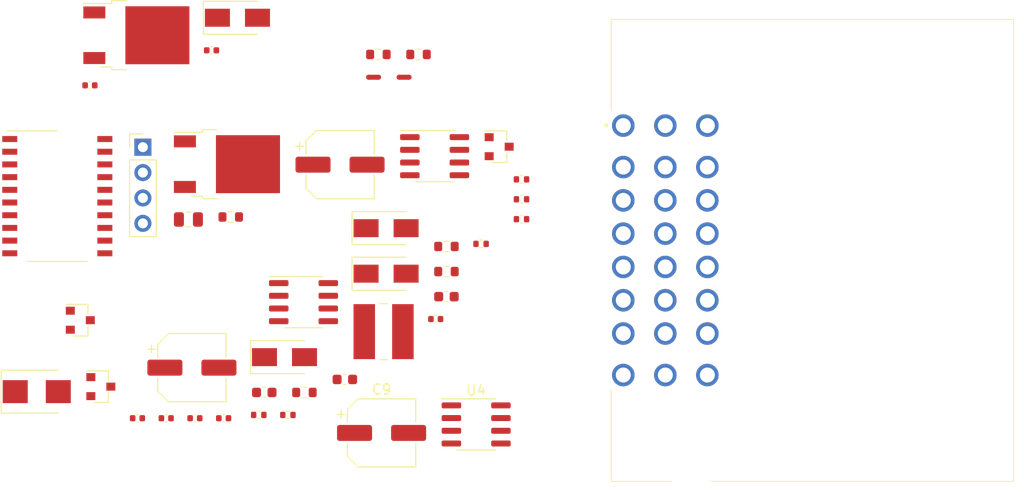
<source format=kicad_pcb>
(kicad_pcb (version 20171130) (host pcbnew "(5.1.9-0-10_14)")

  (general
    (thickness 1.6)
    (drawings 0)
    (tracks 0)
    (zones 0)
    (modules 45)
    (nets 35)
  )

  (page A4)
  (layers
    (0 F.Cu signal)
    (31 B.Cu signal)
    (32 B.Adhes user)
    (33 F.Adhes user)
    (34 B.Paste user hide)
    (35 F.Paste user hide)
    (36 B.SilkS user)
    (37 F.SilkS user)
    (38 B.Mask user hide)
    (39 F.Mask user hide)
    (40 Dwgs.User user hide)
    (41 Cmts.User user hide)
    (42 Eco1.User user hide)
    (43 Eco2.User user hide)
    (44 Edge.Cuts user)
    (45 Margin user hide)
    (46 B.CrtYd user)
    (47 F.CrtYd user)
    (48 B.Fab user hide)
    (49 F.Fab user hide)
  )

  (setup
    (last_trace_width 0.25)
    (trace_clearance 0.2)
    (zone_clearance 0.508)
    (zone_45_only no)
    (trace_min 0.2)
    (via_size 0.8)
    (via_drill 0.4)
    (via_min_size 0.4)
    (via_min_drill 0.3)
    (uvia_size 0.3)
    (uvia_drill 0.1)
    (uvias_allowed no)
    (uvia_min_size 0.2)
    (uvia_min_drill 0.1)
    (edge_width 0.05)
    (segment_width 0.2)
    (pcb_text_width 0.3)
    (pcb_text_size 1.5 1.5)
    (mod_edge_width 0.12)
    (mod_text_size 1 1)
    (mod_text_width 0.15)
    (pad_size 1.524 1.524)
    (pad_drill 0.762)
    (pad_to_mask_clearance 0)
    (aux_axis_origin 0 0)
    (visible_elements FFFFFF7F)
    (pcbplotparams
      (layerselection 0x010fc_ffffffff)
      (usegerberextensions false)
      (usegerberattributes true)
      (usegerberadvancedattributes true)
      (creategerberjobfile true)
      (excludeedgelayer true)
      (linewidth 0.100000)
      (plotframeref false)
      (viasonmask false)
      (mode 1)
      (useauxorigin false)
      (hpglpennumber 1)
      (hpglpenspeed 20)
      (hpglpendiameter 15.000000)
      (psnegative false)
      (psa4output false)
      (plotreference true)
      (plotvalue true)
      (plotinvisibletext false)
      (padsonsilk false)
      (subtractmaskfromsilk false)
      (outputformat 1)
      (mirror false)
      (drillshape 1)
      (scaleselection 1)
      (outputdirectory ""))
  )

  (net 0 "")
  (net 1 GND)
  (net 2 +3V3)
  (net 3 +12V)
  (net 4 "Net-(C6-Pad1)")
  (net 5 "Net-(D2-Pad1)")
  (net 6 /ABS-WR)
  (net 7 /58RL)
  (net 8 /54)
  (net 9 /SWDIO)
  (net 10 /SWCLK)
  (net 11 /CAN_L)
  (net 12 /CAN_H)
  (net 13 "Net-(Q1-Pad1)")
  (net 14 "Net-(Q2-Pad1)")
  (net 15 "Net-(Q4-Pad1)")
  (net 16 "Net-(R1-Pad1)")
  (net 17 /BOOT0)
  (net 18 "Net-(R4-Pad1)")
  (net 19 "Net-(R5-Pad2)")
  (net 20 /ABS_WARN_RLY)
  (net 21 /CAN_RX)
  (net 22 /CAN_TX)
  (net 23 /TAS)
  (net 24 /SPEED_PWM)
  (net 25 "Net-(Q6-Pad1)")
  (net 26 /GEN_WARN)
  (net 27 /ABS-W)
  (net 28 "Net-(R13-Pad2)")
  (net 29 "Net-(R14-Pad2)")
  (net 30 /TAIL_LIGHT)
  (net 31 /BRAKE_LIGHT)
  (net 32 /TA-)
  (net 33 /15U)
  (net 34 /1V6)

  (net_class Default "This is the default net class."
    (clearance 0.2)
    (trace_width 0.25)
    (via_dia 0.8)
    (via_drill 0.4)
    (uvia_dia 0.3)
    (uvia_drill 0.1)
    (add_net +12V)
    (add_net +3V3)
    (add_net /15U)
    (add_net /1V6)
    (add_net /54)
    (add_net /58RL)
    (add_net /ABS-W)
    (add_net /ABS-WR)
    (add_net /ABS_WARN_RLY)
    (add_net /BOOT0)
    (add_net /BRAKE_LIGHT)
    (add_net /CAN_H)
    (add_net /CAN_L)
    (add_net /CAN_RX)
    (add_net /CAN_TX)
    (add_net /GEN_WARN)
    (add_net /SPEED_PWM)
    (add_net /SWCLK)
    (add_net /SWDIO)
    (add_net /TA-)
    (add_net /TAIL_LIGHT)
    (add_net /TAS)
    (add_net GND)
    (add_net "Net-(C6-Pad1)")
    (add_net "Net-(D2-Pad1)")
    (add_net "Net-(Q1-Pad1)")
    (add_net "Net-(Q2-Pad1)")
    (add_net "Net-(Q4-Pad1)")
    (add_net "Net-(Q6-Pad1)")
    (add_net "Net-(R1-Pad1)")
    (add_net "Net-(R13-Pad2)")
    (add_net "Net-(R14-Pad2)")
    (add_net "Net-(R4-Pad1)")
    (add_net "Net-(R5-Pad2)")
  )

  (module HCCPHPE24BKA90F:HCCPHPE24BKA90F (layer F.Cu) (tedit 60320084) (tstamp 6032129D)
    (at 191.025 97.475 90)
    (descr HCCPHPE24BKA90F)
    (tags Connector)
    (path /603C7357)
    (fp_text reference J2 (at 0 0 90) (layer F.SilkS) hide
      (effects (font (size 1.27 1.27) (thickness 0.254)))
    )
    (fp_text value HCCPHPE24BKA90F (at 0 0 90) (layer F.SilkS) hide
      (effects (font (size 1.27 1.27) (thickness 0.254)))
    )
    (fp_arc (start 12.5 -20.3) (end 12.6 -20.3) (angle 180) (layer F.SilkS) (width 0.2))
    (fp_arc (start 12.5 -20.3) (end 12.4 -20.3) (angle 180) (layer F.SilkS) (width 0.2))
    (fp_text user %R (at 0 0 90) (layer F.Fab) hide
      (effects (font (size 1.27 1.27) (thickness 0.254)))
    )
    (fp_line (start 12.6 -20.3) (end 12.6 -20.3) (layer F.SilkS) (width 0.2))
    (fp_line (start 12.4 -20.3) (end 12.4 -20.3) (layer F.SilkS) (width 0.2))
    (fp_line (start -23.1 20.4) (end -23.1 -9.8) (layer F.SilkS) (width 0.1))
    (fp_line (start 23.1 20.4) (end -23.1 20.4) (layer F.SilkS) (width 0.1))
    (fp_line (start 23.1 -19.8) (end 23.1 20.4) (layer F.SilkS) (width 0.1))
    (fp_line (start 14 -19.8) (end 23.1 -19.8) (layer F.SilkS) (width 0.1))
    (fp_line (start -23.1 -19.8) (end -23.1 -13.8) (layer F.SilkS) (width 0.1))
    (fp_line (start -14 -19.8) (end -23.1 -19.8) (layer F.SilkS) (width 0.1))
    (fp_line (start -24.1 21.4) (end -24.1 -21.4) (layer F.CrtYd) (width 0.1))
    (fp_line (start 24.1 21.4) (end -24.1 21.4) (layer F.CrtYd) (width 0.1))
    (fp_line (start 24.1 -21.4) (end 24.1 21.4) (layer F.CrtYd) (width 0.1))
    (fp_line (start -24.1 -21.4) (end 24.1 -21.4) (layer F.CrtYd) (width 0.1))
    (fp_line (start -23.1 20.4) (end -23.1 -19.8) (layer F.Fab) (width 0.2))
    (fp_line (start 23.1 20.4) (end -23.1 20.4) (layer F.Fab) (width 0.2))
    (fp_line (start 23.1 -19.8) (end 23.1 20.4) (layer F.Fab) (width 0.2))
    (fp_line (start -23.1 -19.8) (end 23.1 -19.8) (layer F.Fab) (width 0.2))
    (pad MH2 np_thru_hole circle (at 20.3 -11.55 90) (size 4.272 0) (drill 4.272) (layers *.Cu *.Mask))
    (pad "" np_thru_hole circle (at -20.3 -12.3 90) (size 5.6 5.6) (drill 5.6) (layers *.Cu *.Mask))
    (pad C8 thru_hole circle (at -12.46 -10.2 90) (size 2.25 2.25) (drill 1.5) (layers *.Cu *.Mask)
      (net 1 GND))
    (pad C7 thru_hole circle (at -8.31 -10.2 90) (size 2.25 2.25) (drill 1.5) (layers *.Cu *.Mask))
    (pad C6 thru_hole circle (at -4.98 -10.2 90) (size 2.25 2.25) (drill 1.5) (layers *.Cu *.Mask))
    (pad C5 thru_hole circle (at -1.65 -10.2 90) (size 2.25 2.25) (drill 1.5) (layers *.Cu *.Mask))
    (pad C4 thru_hole circle (at 1.68 -10.2 90) (size 2.25 2.25) (drill 1.5) (layers *.Cu *.Mask))
    (pad C3 thru_hole circle (at 5.01 -10.2 90) (size 2.25 2.25) (drill 1.5) (layers *.Cu *.Mask)
      (net 7 /58RL))
    (pad C2 thru_hole circle (at 8.34 -10.2 90) (size 2.25 2.25) (drill 1.5) (layers *.Cu *.Mask)
      (net 8 /54))
    (pad C1 thru_hole circle (at 12.49 -10.2 90) (size 2.25 2.25) (drill 1.5) (layers *.Cu *.Mask)
      (net 3 +12V))
    (pad B8 thru_hole circle (at -12.46 -14.4 90) (size 2.25 2.25) (drill 1.5) (layers *.Cu *.Mask)
      (net 1 GND))
    (pad B7 thru_hole circle (at -8.31 -14.4 90) (size 2.25 2.25) (drill 1.5) (layers *.Cu *.Mask)
      (net 23 /TAS))
    (pad B6 thru_hole circle (at -4.98 -14.4 90) (size 2.25 2.25) (drill 1.5) (layers *.Cu *.Mask)
      (net 32 /TA-))
    (pad B5 thru_hole circle (at -1.65 -14.4 90) (size 2.25 2.25) (drill 1.5) (layers *.Cu *.Mask)
      (net 11 /CAN_L))
    (pad B4 thru_hole circle (at 1.68 -14.4 90) (size 2.25 2.25) (drill 1.5) (layers *.Cu *.Mask)
      (net 12 /CAN_H))
    (pad B3 thru_hole circle (at 5.01 -14.4 90) (size 2.25 2.25) (drill 1.5) (layers *.Cu *.Mask))
    (pad B2 thru_hole circle (at 8.34 -14.4 90) (size 2.25 2.25) (drill 1.5) (layers *.Cu *.Mask))
    (pad B1 thru_hole circle (at 12.49 -14.4 90) (size 2.25 2.25) (drill 1.5) (layers *.Cu *.Mask)
      (net 3 +12V))
    (pad A8 thru_hole circle (at -12.46 -18.6 90) (size 2.25 2.25) (drill 1.5) (layers *.Cu *.Mask)
      (net 1 GND))
    (pad A7 thru_hole circle (at -8.31 -18.6 90) (size 2.25 2.25) (drill 1.5) (layers *.Cu *.Mask))
    (pad A6 thru_hole circle (at -4.98 -18.6 90) (size 2.25 2.25) (drill 1.5) (layers *.Cu *.Mask))
    (pad A5 thru_hole circle (at -1.65 -18.6 90) (size 2.25 2.25) (drill 1.5) (layers *.Cu *.Mask))
    (pad A4 thru_hole circle (at 1.68 -18.6 90) (size 2.25 2.25) (drill 1.5) (layers *.Cu *.Mask)
      (net 27 /ABS-W))
    (pad A3 thru_hole circle (at 5.01 -18.6 90) (size 2.25 2.25) (drill 1.5) (layers *.Cu *.Mask)
      (net 6 /ABS-WR))
    (pad A2 thru_hole circle (at 8.34 -18.6 90) (size 2.25 2.25) (drill 1.5) (layers *.Cu *.Mask)
      (net 33 /15U))
    (pad A1 thru_hole circle (at 12.49 -18.6 90) (size 2.25 2.25) (drill 1.5) (layers *.Cu *.Mask)
      (net 3 +12V))
    (model ${KIPRJMOD}/Lib/packages3d/Aptiv_33501039.stp
      (offset (xyz 0 -3.75 10.5))
      (scale (xyz 1 1 1))
      (rotate (xyz -90 0 0))
    )
  )

  (module Package_SO:SOIC-8_3.9x4.9mm_P1.27mm (layer F.Cu) (tedit 5D9F72B1) (tstamp 603250B0)
    (at 157.725 114.875)
    (descr "SOIC, 8 Pin (JEDEC MS-012AA, https://www.analog.com/media/en/package-pcb-resources/package/pkg_pdf/soic_narrow-r/r_8.pdf), generated with kicad-footprint-generator ipc_gullwing_generator.py")
    (tags "SOIC SO")
    (path /6048854F)
    (attr smd)
    (fp_text reference U4 (at 0 -3.4) (layer F.SilkS)
      (effects (font (size 1 1) (thickness 0.15)))
    )
    (fp_text value LM2904 (at 0 3.4) (layer F.Fab)
      (effects (font (size 1 1) (thickness 0.15)))
    )
    (fp_line (start 3.7 -2.7) (end -3.7 -2.7) (layer F.CrtYd) (width 0.05))
    (fp_line (start 3.7 2.7) (end 3.7 -2.7) (layer F.CrtYd) (width 0.05))
    (fp_line (start -3.7 2.7) (end 3.7 2.7) (layer F.CrtYd) (width 0.05))
    (fp_line (start -3.7 -2.7) (end -3.7 2.7) (layer F.CrtYd) (width 0.05))
    (fp_line (start -1.95 -1.475) (end -0.975 -2.45) (layer F.Fab) (width 0.1))
    (fp_line (start -1.95 2.45) (end -1.95 -1.475) (layer F.Fab) (width 0.1))
    (fp_line (start 1.95 2.45) (end -1.95 2.45) (layer F.Fab) (width 0.1))
    (fp_line (start 1.95 -2.45) (end 1.95 2.45) (layer F.Fab) (width 0.1))
    (fp_line (start -0.975 -2.45) (end 1.95 -2.45) (layer F.Fab) (width 0.1))
    (fp_line (start 0 -2.56) (end -3.45 -2.56) (layer F.SilkS) (width 0.12))
    (fp_line (start 0 -2.56) (end 1.95 -2.56) (layer F.SilkS) (width 0.12))
    (fp_line (start 0 2.56) (end -1.95 2.56) (layer F.SilkS) (width 0.12))
    (fp_line (start 0 2.56) (end 1.95 2.56) (layer F.SilkS) (width 0.12))
    (fp_text user %R (at 0 0) (layer F.Fab)
      (effects (font (size 0.98 0.98) (thickness 0.15)))
    )
    (pad 8 smd roundrect (at 2.475 -1.905) (size 1.95 0.6) (layers F.Cu F.Paste F.Mask) (roundrect_rratio 0.25)
      (net 3 +12V))
    (pad 7 smd roundrect (at 2.475 -0.635) (size 1.95 0.6) (layers F.Cu F.Paste F.Mask) (roundrect_rratio 0.25)
      (net 29 "Net-(R14-Pad2)"))
    (pad 6 smd roundrect (at 2.475 0.635) (size 1.95 0.6) (layers F.Cu F.Paste F.Mask) (roundrect_rratio 0.25)
      (net 34 /1V6))
    (pad 5 smd roundrect (at 2.475 1.905) (size 1.95 0.6) (layers F.Cu F.Paste F.Mask) (roundrect_rratio 0.25)
      (net 31 /BRAKE_LIGHT))
    (pad 4 smd roundrect (at -2.475 1.905) (size 1.95 0.6) (layers F.Cu F.Paste F.Mask) (roundrect_rratio 0.25)
      (net 1 GND))
    (pad 3 smd roundrect (at -2.475 0.635) (size 1.95 0.6) (layers F.Cu F.Paste F.Mask) (roundrect_rratio 0.25)
      (net 30 /TAIL_LIGHT))
    (pad 2 smd roundrect (at -2.475 -0.635) (size 1.95 0.6) (layers F.Cu F.Paste F.Mask) (roundrect_rratio 0.25)
      (net 34 /1V6))
    (pad 1 smd roundrect (at -2.475 -1.905) (size 1.95 0.6) (layers F.Cu F.Paste F.Mask) (roundrect_rratio 0.25)
      (net 28 "Net-(R13-Pad2)"))
    (model ${KISYS3DMOD}/Package_SO.3dshapes/SOIC-8_3.9x4.9mm_P1.27mm.wrl
      (at (xyz 0 0 0))
      (scale (xyz 1 1 1))
      (rotate (xyz 0 0 0))
    )
  )

  (module Capacitor_SMD:CP_Elec_6.3x7.7 (layer F.Cu) (tedit 5BCA39D0) (tstamp 60324ADE)
    (at 148.275 115.725)
    (descr "SMD capacitor, aluminum electrolytic, Nichicon, 6.3x7.7mm")
    (tags "capacitor electrolytic")
    (path /6032D8DB)
    (attr smd)
    (fp_text reference C9 (at 0 -4.35) (layer F.SilkS)
      (effects (font (size 1 1) (thickness 0.15)))
    )
    (fp_text value "330uF (EZV331M0JRC8)" (at 0 4.35) (layer F.Fab)
      (effects (font (size 1 1) (thickness 0.15)))
    )
    (fp_line (start -4.7 1.05) (end -3.55 1.05) (layer F.CrtYd) (width 0.05))
    (fp_line (start -4.7 -1.05) (end -4.7 1.05) (layer F.CrtYd) (width 0.05))
    (fp_line (start -3.55 -1.05) (end -4.7 -1.05) (layer F.CrtYd) (width 0.05))
    (fp_line (start -3.55 1.05) (end -3.55 2.4) (layer F.CrtYd) (width 0.05))
    (fp_line (start -3.55 -2.4) (end -3.55 -1.05) (layer F.CrtYd) (width 0.05))
    (fp_line (start -3.55 -2.4) (end -2.4 -3.55) (layer F.CrtYd) (width 0.05))
    (fp_line (start -3.55 2.4) (end -2.4 3.55) (layer F.CrtYd) (width 0.05))
    (fp_line (start -2.4 -3.55) (end 3.55 -3.55) (layer F.CrtYd) (width 0.05))
    (fp_line (start -2.4 3.55) (end 3.55 3.55) (layer F.CrtYd) (width 0.05))
    (fp_line (start 3.55 1.05) (end 3.55 3.55) (layer F.CrtYd) (width 0.05))
    (fp_line (start 4.7 1.05) (end 3.55 1.05) (layer F.CrtYd) (width 0.05))
    (fp_line (start 4.7 -1.05) (end 4.7 1.05) (layer F.CrtYd) (width 0.05))
    (fp_line (start 3.55 -1.05) (end 4.7 -1.05) (layer F.CrtYd) (width 0.05))
    (fp_line (start 3.55 -3.55) (end 3.55 -1.05) (layer F.CrtYd) (width 0.05))
    (fp_line (start -4.04375 -2.24125) (end -4.04375 -1.45375) (layer F.SilkS) (width 0.12))
    (fp_line (start -4.4375 -1.8475) (end -3.65 -1.8475) (layer F.SilkS) (width 0.12))
    (fp_line (start -3.41 2.345563) (end -2.345563 3.41) (layer F.SilkS) (width 0.12))
    (fp_line (start -3.41 -2.345563) (end -2.345563 -3.41) (layer F.SilkS) (width 0.12))
    (fp_line (start -3.41 -2.345563) (end -3.41 -1.06) (layer F.SilkS) (width 0.12))
    (fp_line (start -3.41 2.345563) (end -3.41 1.06) (layer F.SilkS) (width 0.12))
    (fp_line (start -2.345563 3.41) (end 3.41 3.41) (layer F.SilkS) (width 0.12))
    (fp_line (start -2.345563 -3.41) (end 3.41 -3.41) (layer F.SilkS) (width 0.12))
    (fp_line (start 3.41 -3.41) (end 3.41 -1.06) (layer F.SilkS) (width 0.12))
    (fp_line (start 3.41 3.41) (end 3.41 1.06) (layer F.SilkS) (width 0.12))
    (fp_line (start -2.389838 -1.645) (end -2.389838 -1.015) (layer F.Fab) (width 0.1))
    (fp_line (start -2.704838 -1.33) (end -2.074838 -1.33) (layer F.Fab) (width 0.1))
    (fp_line (start -3.3 2.3) (end -2.3 3.3) (layer F.Fab) (width 0.1))
    (fp_line (start -3.3 -2.3) (end -2.3 -3.3) (layer F.Fab) (width 0.1))
    (fp_line (start -3.3 -2.3) (end -3.3 2.3) (layer F.Fab) (width 0.1))
    (fp_line (start -2.3 3.3) (end 3.3 3.3) (layer F.Fab) (width 0.1))
    (fp_line (start -2.3 -3.3) (end 3.3 -3.3) (layer F.Fab) (width 0.1))
    (fp_line (start 3.3 -3.3) (end 3.3 3.3) (layer F.Fab) (width 0.1))
    (fp_circle (center 0 0) (end 3.15 0) (layer F.Fab) (width 0.1))
    (fp_text user %R (at 0 0) (layer F.Fab)
      (effects (font (size 1 1) (thickness 0.15)))
    )
    (pad 2 smd roundrect (at 2.7 0) (size 3.5 1.6) (layers F.Cu F.Paste F.Mask) (roundrect_rratio 0.15625)
      (net 1 GND))
    (pad 1 smd roundrect (at -2.7 0) (size 3.5 1.6) (layers F.Cu F.Paste F.Mask) (roundrect_rratio 0.15625)
      (net 2 +3V3))
    (model ${KISYS3DMOD}/Capacitor_SMD.3dshapes/CP_Elec_6.3x7.7.wrl
      (at (xyz 0 0 0))
      (scale (xyz 1 1 1))
      (rotate (xyz 0 0 0))
    )
  )

  (module Resistor_SMD:R_0603_1608Metric (layer F.Cu) (tedit 5F68FEEE) (tstamp 60322C60)
    (at 151.965 77.87)
    (descr "Resistor SMD 0603 (1608 Metric), square (rectangular) end terminal, IPC_7351 nominal, (Body size source: IPC-SM-782 page 72, https://www.pcb-3d.com/wordpress/wp-content/uploads/ipc-sm-782a_amendment_1_and_2.pdf), generated with kicad-footprint-generator")
    (tags resistor)
    (path /604A13C2)
    (attr smd)
    (fp_text reference R12 (at 0 -1.43) (layer F.SilkS) hide
      (effects (font (size 1 1) (thickness 0.15)))
    )
    (fp_text value 1K (at 0 1.43) (layer F.Fab)
      (effects (font (size 1 1) (thickness 0.15)))
    )
    (fp_line (start 1.48 0.73) (end -1.48 0.73) (layer F.CrtYd) (width 0.05))
    (fp_line (start 1.48 -0.73) (end 1.48 0.73) (layer F.CrtYd) (width 0.05))
    (fp_line (start -1.48 -0.73) (end 1.48 -0.73) (layer F.CrtYd) (width 0.05))
    (fp_line (start -1.48 0.73) (end -1.48 -0.73) (layer F.CrtYd) (width 0.05))
    (fp_line (start -0.237258 0.5225) (end 0.237258 0.5225) (layer F.SilkS) (width 0.12))
    (fp_line (start -0.237258 -0.5225) (end 0.237258 -0.5225) (layer F.SilkS) (width 0.12))
    (fp_line (start 0.8 0.4125) (end -0.8 0.4125) (layer F.Fab) (width 0.1))
    (fp_line (start 0.8 -0.4125) (end 0.8 0.4125) (layer F.Fab) (width 0.1))
    (fp_line (start -0.8 -0.4125) (end 0.8 -0.4125) (layer F.Fab) (width 0.1))
    (fp_line (start -0.8 0.4125) (end -0.8 -0.4125) (layer F.Fab) (width 0.1))
    (fp_text user %R (at 0 0) (layer F.Fab) hide
      (effects (font (size 0.4 0.4) (thickness 0.06)))
    )
    (pad 2 smd roundrect (at 0.825 0) (size 0.8 0.95) (layers F.Cu F.Paste F.Mask) (roundrect_rratio 0.25)
      (net 1 GND))
    (pad 1 smd roundrect (at -0.825 0) (size 0.8 0.95) (layers F.Cu F.Paste F.Mask) (roundrect_rratio 0.25)
      (net 34 /1V6))
    (model ${KISYS3DMOD}/Resistor_SMD.3dshapes/R_0603_1608Metric.wrl
      (at (xyz 0 0 0))
      (scale (xyz 1 1 1))
      (rotate (xyz 0 0 0))
    )
  )

  (module Resistor_SMD:R_0603_1608Metric (layer F.Cu) (tedit 5F68FEEE) (tstamp 60322C4F)
    (at 147.955 77.87)
    (descr "Resistor SMD 0603 (1608 Metric), square (rectangular) end terminal, IPC_7351 nominal, (Body size source: IPC-SM-782 page 72, https://www.pcb-3d.com/wordpress/wp-content/uploads/ipc-sm-782a_amendment_1_and_2.pdf), generated with kicad-footprint-generator")
    (tags resistor)
    (path /604A01BD)
    (attr smd)
    (fp_text reference R11 (at 0 -1.43) (layer F.SilkS) hide
      (effects (font (size 1 1) (thickness 0.15)))
    )
    (fp_text value 1K (at 0 1.43) (layer F.Fab)
      (effects (font (size 1 1) (thickness 0.15)))
    )
    (fp_line (start 1.48 0.73) (end -1.48 0.73) (layer F.CrtYd) (width 0.05))
    (fp_line (start 1.48 -0.73) (end 1.48 0.73) (layer F.CrtYd) (width 0.05))
    (fp_line (start -1.48 -0.73) (end 1.48 -0.73) (layer F.CrtYd) (width 0.05))
    (fp_line (start -1.48 0.73) (end -1.48 -0.73) (layer F.CrtYd) (width 0.05))
    (fp_line (start -0.237258 0.5225) (end 0.237258 0.5225) (layer F.SilkS) (width 0.12))
    (fp_line (start -0.237258 -0.5225) (end 0.237258 -0.5225) (layer F.SilkS) (width 0.12))
    (fp_line (start 0.8 0.4125) (end -0.8 0.4125) (layer F.Fab) (width 0.1))
    (fp_line (start 0.8 -0.4125) (end 0.8 0.4125) (layer F.Fab) (width 0.1))
    (fp_line (start -0.8 -0.4125) (end 0.8 -0.4125) (layer F.Fab) (width 0.1))
    (fp_line (start -0.8 0.4125) (end -0.8 -0.4125) (layer F.Fab) (width 0.1))
    (fp_text user %R (at 0 0) (layer F.Fab) hide
      (effects (font (size 0.4 0.4) (thickness 0.06)))
    )
    (pad 2 smd roundrect (at 0.825 0) (size 0.8 0.95) (layers F.Cu F.Paste F.Mask) (roundrect_rratio 0.25)
      (net 34 /1V6))
    (pad 1 smd roundrect (at -0.825 0) (size 0.8 0.95) (layers F.Cu F.Paste F.Mask) (roundrect_rratio 0.25)
      (net 2 +3V3))
    (model ${KISYS3DMOD}/Resistor_SMD.3dshapes/R_0603_1608Metric.wrl
      (at (xyz 0 0 0))
      (scale (xyz 1 1 1))
      (rotate (xyz 0 0 0))
    )
  )

  (module NetTie:NetTie-2_SMD_Pad0.5mm (layer F.Cu) (tedit 5A1CF6D3) (tstamp 60322A22)
    (at 150.525 80.15)
    (descr "Net tie, 2 pin, 0.5mm square SMD pads")
    (tags "net tie")
    (path /6051797D)
    (attr virtual)
    (fp_text reference NT2 (at 0 -1.2) (layer F.SilkS) hide
      (effects (font (size 1 1) (thickness 0.15)))
    )
    (fp_text value "TA- Tie" (at 0 1.2) (layer F.Fab)
      (effects (font (size 1 1) (thickness 0.15)))
    )
    (fp_line (start -1 -0.5) (end -1 0.5) (layer F.CrtYd) (width 0.05))
    (fp_line (start -1 0.5) (end 1 0.5) (layer F.CrtYd) (width 0.05))
    (fp_line (start 1 0.5) (end 1 -0.5) (layer F.CrtYd) (width 0.05))
    (fp_line (start 1 -0.5) (end -1 -0.5) (layer F.CrtYd) (width 0.05))
    (fp_poly (pts (xy -0.5 -0.25) (xy 0.5 -0.25) (xy 0.5 0.25) (xy -0.5 0.25)) (layer F.Cu) (width 0))
    (pad 2 smd circle (at 0.5 0) (size 0.5 0.5) (layers F.Cu)
      (net 1 GND))
    (pad 1 smd circle (at -0.5 0) (size 0.5 0.5) (layers F.Cu)
      (net 32 /TA-))
  )

  (module NetTie:NetTie-2_SMD_Pad0.5mm (layer F.Cu) (tedit 5A1CF6D3) (tstamp 60322A17)
    (at 147.475 80.15)
    (descr "Net tie, 2 pin, 0.5mm square SMD pads")
    (tags "net tie")
    (path /60524AB4)
    (attr virtual)
    (fp_text reference NT1 (at 0 -1.2) (layer F.SilkS) hide
      (effects (font (size 1 1) (thickness 0.15)))
    )
    (fp_text value "15 Tie" (at 0 1.2) (layer F.Fab)
      (effects (font (size 1 1) (thickness 0.15)))
    )
    (fp_line (start -1 -0.5) (end -1 0.5) (layer F.CrtYd) (width 0.05))
    (fp_line (start -1 0.5) (end 1 0.5) (layer F.CrtYd) (width 0.05))
    (fp_line (start 1 0.5) (end 1 -0.5) (layer F.CrtYd) (width 0.05))
    (fp_line (start 1 -0.5) (end -1 -0.5) (layer F.CrtYd) (width 0.05))
    (fp_poly (pts (xy -0.5 -0.25) (xy 0.5 -0.25) (xy 0.5 0.25) (xy -0.5 0.25)) (layer F.Cu) (width 0))
    (pad 2 smd circle (at 0.5 0) (size 0.5 0.5) (layers F.Cu)
      (net 33 /15U))
    (pad 1 smd circle (at -0.5 0) (size 0.5 0.5) (layers F.Cu)
      (net 3 +12V))
  )

  (module Capacitor_SMD:C_0402_1005Metric (layer F.Cu) (tedit 5F68FEEE) (tstamp 6031CBAC)
    (at 131.285001 77.460001)
    (descr "Capacitor SMD 0402 (1005 Metric), square (rectangular) end terminal, IPC_7351 nominal, (Body size source: IPC-SM-782 page 76, https://www.pcb-3d.com/wordpress/wp-content/uploads/ipc-sm-782a_amendment_1_and_2.pdf), generated with kicad-footprint-generator")
    (tags capacitor)
    (path /605995FB)
    (attr smd)
    (fp_text reference R14 (at 0 -1.16) (layer F.SilkS) hide
      (effects (font (size 1 1) (thickness 0.15)))
    )
    (fp_text value 200R (at 0 1.16) (layer F.Fab)
      (effects (font (size 1 1) (thickness 0.15)))
    )
    (fp_line (start 0.91 0.46) (end -0.91 0.46) (layer F.CrtYd) (width 0.05))
    (fp_line (start 0.91 -0.46) (end 0.91 0.46) (layer F.CrtYd) (width 0.05))
    (fp_line (start -0.91 -0.46) (end 0.91 -0.46) (layer F.CrtYd) (width 0.05))
    (fp_line (start -0.91 0.46) (end -0.91 -0.46) (layer F.CrtYd) (width 0.05))
    (fp_line (start -0.107836 0.36) (end 0.107836 0.36) (layer F.SilkS) (width 0.12))
    (fp_line (start -0.107836 -0.36) (end 0.107836 -0.36) (layer F.SilkS) (width 0.12))
    (fp_line (start 0.5 0.25) (end -0.5 0.25) (layer F.Fab) (width 0.1))
    (fp_line (start 0.5 -0.25) (end 0.5 0.25) (layer F.Fab) (width 0.1))
    (fp_line (start -0.5 -0.25) (end 0.5 -0.25) (layer F.Fab) (width 0.1))
    (fp_line (start -0.5 0.25) (end -0.5 -0.25) (layer F.Fab) (width 0.1))
    (fp_text user %R (at 0 0) (layer F.Fab) hide
      (effects (font (size 0.25 0.25) (thickness 0.04)))
    )
    (pad 2 smd roundrect (at 0.48 0) (size 0.56 0.62) (layers F.Cu F.Paste F.Mask) (roundrect_rratio 0.25)
      (net 29 "Net-(R14-Pad2)"))
    (pad 1 smd roundrect (at -0.48 0) (size 0.56 0.62) (layers F.Cu F.Paste F.Mask) (roundrect_rratio 0.25)
      (net 25 "Net-(Q6-Pad1)"))
    (model ${KISYS3DMOD}/Capacitor_SMD.3dshapes/C_0402_1005Metric.wrl
      (at (xyz 0 0 0))
      (scale (xyz 1 1 1))
      (rotate (xyz 0 0 0))
    )
  )

  (module Capacitor_SMD:C_0402_1005Metric (layer F.Cu) (tedit 5F68FEEE) (tstamp 6031CB9B)
    (at 119.135001 80.960001)
    (descr "Capacitor SMD 0402 (1005 Metric), square (rectangular) end terminal, IPC_7351 nominal, (Body size source: IPC-SM-782 page 76, https://www.pcb-3d.com/wordpress/wp-content/uploads/ipc-sm-782a_amendment_1_and_2.pdf), generated with kicad-footprint-generator")
    (tags capacitor)
    (path /605A4CFE)
    (attr smd)
    (fp_text reference R13 (at 0 -1.16) (layer F.SilkS) hide
      (effects (font (size 1 1) (thickness 0.15)))
    )
    (fp_text value 200R (at 0 1.16) (layer F.Fab)
      (effects (font (size 1 1) (thickness 0.15)))
    )
    (fp_line (start 0.91 0.46) (end -0.91 0.46) (layer F.CrtYd) (width 0.05))
    (fp_line (start 0.91 -0.46) (end 0.91 0.46) (layer F.CrtYd) (width 0.05))
    (fp_line (start -0.91 -0.46) (end 0.91 -0.46) (layer F.CrtYd) (width 0.05))
    (fp_line (start -0.91 0.46) (end -0.91 -0.46) (layer F.CrtYd) (width 0.05))
    (fp_line (start -0.107836 0.36) (end 0.107836 0.36) (layer F.SilkS) (width 0.12))
    (fp_line (start -0.107836 -0.36) (end 0.107836 -0.36) (layer F.SilkS) (width 0.12))
    (fp_line (start 0.5 0.25) (end -0.5 0.25) (layer F.Fab) (width 0.1))
    (fp_line (start 0.5 -0.25) (end 0.5 0.25) (layer F.Fab) (width 0.1))
    (fp_line (start -0.5 -0.25) (end 0.5 -0.25) (layer F.Fab) (width 0.1))
    (fp_line (start -0.5 0.25) (end -0.5 -0.25) (layer F.Fab) (width 0.1))
    (fp_text user %R (at 0 0) (layer F.Fab) hide
      (effects (font (size 0.25 0.25) (thickness 0.04)))
    )
    (pad 2 smd roundrect (at 0.48 0) (size 0.56 0.62) (layers F.Cu F.Paste F.Mask) (roundrect_rratio 0.25)
      (net 28 "Net-(R13-Pad2)"))
    (pad 1 smd roundrect (at -0.48 0) (size 0.56 0.62) (layers F.Cu F.Paste F.Mask) (roundrect_rratio 0.25)
      (net 15 "Net-(Q4-Pad1)"))
    (model ${KISYS3DMOD}/Capacitor_SMD.3dshapes/C_0402_1005Metric.wrl
      (at (xyz 0 0 0))
      (scale (xyz 1 1 1))
      (rotate (xyz 0 0 0))
    )
  )

  (module Package_TO_SOT_SMD:TO-252-2 (layer F.Cu) (tedit 5A70A390) (tstamp 6031CA4A)
    (at 123.775001 75.950001)
    (descr "TO-252 / DPAK SMD package, http://www.infineon.com/cms/en/product/packages/PG-TO252/PG-TO252-3-1/")
    (tags "DPAK TO-252 DPAK-3 TO-252-3 SOT-428")
    (path /604615CA)
    (attr smd)
    (fp_text reference Q6 (at 0 -4.5) (layer F.SilkS) hide
      (effects (font (size 1 1) (thickness 0.15)))
    )
    (fp_text value IRFR9024 (at 0 4.5) (layer F.Fab)
      (effects (font (size 1 1) (thickness 0.15)))
    )
    (fp_line (start 5.55 -3.5) (end -5.55 -3.5) (layer F.CrtYd) (width 0.05))
    (fp_line (start 5.55 3.5) (end 5.55 -3.5) (layer F.CrtYd) (width 0.05))
    (fp_line (start -5.55 3.5) (end 5.55 3.5) (layer F.CrtYd) (width 0.05))
    (fp_line (start -5.55 -3.5) (end -5.55 3.5) (layer F.CrtYd) (width 0.05))
    (fp_line (start -2.47 3.18) (end -3.57 3.18) (layer F.SilkS) (width 0.12))
    (fp_line (start -2.47 3.45) (end -2.47 3.18) (layer F.SilkS) (width 0.12))
    (fp_line (start -0.97 3.45) (end -2.47 3.45) (layer F.SilkS) (width 0.12))
    (fp_line (start -2.47 -3.18) (end -5.3 -3.18) (layer F.SilkS) (width 0.12))
    (fp_line (start -2.47 -3.45) (end -2.47 -3.18) (layer F.SilkS) (width 0.12))
    (fp_line (start -0.97 -3.45) (end -2.47 -3.45) (layer F.SilkS) (width 0.12))
    (fp_line (start -4.97 2.655) (end -2.27 2.655) (layer F.Fab) (width 0.1))
    (fp_line (start -4.97 1.905) (end -4.97 2.655) (layer F.Fab) (width 0.1))
    (fp_line (start -2.27 1.905) (end -4.97 1.905) (layer F.Fab) (width 0.1))
    (fp_line (start -4.97 -1.905) (end -2.27 -1.905) (layer F.Fab) (width 0.1))
    (fp_line (start -4.97 -2.655) (end -4.97 -1.905) (layer F.Fab) (width 0.1))
    (fp_line (start -1.865 -2.655) (end -4.97 -2.655) (layer F.Fab) (width 0.1))
    (fp_line (start -1.27 -3.25) (end 3.95 -3.25) (layer F.Fab) (width 0.1))
    (fp_line (start -2.27 -2.25) (end -1.27 -3.25) (layer F.Fab) (width 0.1))
    (fp_line (start -2.27 3.25) (end -2.27 -2.25) (layer F.Fab) (width 0.1))
    (fp_line (start 3.95 3.25) (end -2.27 3.25) (layer F.Fab) (width 0.1))
    (fp_line (start 3.95 -3.25) (end 3.95 3.25) (layer F.Fab) (width 0.1))
    (fp_line (start 4.95 2.7) (end 3.95 2.7) (layer F.Fab) (width 0.1))
    (fp_line (start 4.95 -2.7) (end 4.95 2.7) (layer F.Fab) (width 0.1))
    (fp_line (start 3.95 -2.7) (end 4.95 -2.7) (layer F.Fab) (width 0.1))
    (fp_text user %R (at 0 0) (layer F.Fab) hide
      (effects (font (size 1 1) (thickness 0.15)))
    )
    (pad "" smd rect (at 0.425 1.525) (size 3.05 2.75) (layers F.Paste))
    (pad "" smd rect (at 3.775 -1.525) (size 3.05 2.75) (layers F.Paste))
    (pad "" smd rect (at 0.425 -1.525) (size 3.05 2.75) (layers F.Paste))
    (pad "" smd rect (at 3.775 1.525) (size 3.05 2.75) (layers F.Paste))
    (pad 2 smd rect (at 2.1 0) (size 6.4 5.8) (layers F.Cu F.Mask)
      (net 8 /54))
    (pad 3 smd rect (at -4.2 2.28) (size 2.2 1.2) (layers F.Cu F.Paste F.Mask)
      (net 3 +12V))
    (pad 1 smd rect (at -4.2 -2.28) (size 2.2 1.2) (layers F.Cu F.Paste F.Mask)
      (net 25 "Net-(Q6-Pad1)"))
    (model ${KISYS3DMOD}/Package_TO_SOT_SMD.3dshapes/TO-252-2.wrl
      (at (xyz 0 0 0))
      (scale (xyz 1 1 1))
      (rotate (xyz 0 0 0))
    )
  )

  (module Diode_SMD:D_SMA (layer F.Cu) (tedit 586432E5) (tstamp 6031C965)
    (at 133.875001 74.200001)
    (descr "Diode SMA (DO-214AC)")
    (tags "Diode SMA (DO-214AC)")
    (path /60461595)
    (attr smd)
    (fp_text reference D6 (at 0 -2.5) (layer F.SilkS) hide
      (effects (font (size 1 1) (thickness 0.15)))
    )
    (fp_text value US1M (at 0 2.6) (layer F.Fab)
      (effects (font (size 1 1) (thickness 0.15)))
    )
    (fp_line (start -3.4 -1.65) (end 2 -1.65) (layer F.SilkS) (width 0.12))
    (fp_line (start -3.4 1.65) (end 2 1.65) (layer F.SilkS) (width 0.12))
    (fp_line (start -0.64944 0.00102) (end 0.50118 -0.79908) (layer F.Fab) (width 0.1))
    (fp_line (start -0.64944 0.00102) (end 0.50118 0.75032) (layer F.Fab) (width 0.1))
    (fp_line (start 0.50118 0.75032) (end 0.50118 -0.79908) (layer F.Fab) (width 0.1))
    (fp_line (start -0.64944 -0.79908) (end -0.64944 0.80112) (layer F.Fab) (width 0.1))
    (fp_line (start 0.50118 0.00102) (end 1.4994 0.00102) (layer F.Fab) (width 0.1))
    (fp_line (start -0.64944 0.00102) (end -1.55114 0.00102) (layer F.Fab) (width 0.1))
    (fp_line (start -3.5 1.75) (end -3.5 -1.75) (layer F.CrtYd) (width 0.05))
    (fp_line (start 3.5 1.75) (end -3.5 1.75) (layer F.CrtYd) (width 0.05))
    (fp_line (start 3.5 -1.75) (end 3.5 1.75) (layer F.CrtYd) (width 0.05))
    (fp_line (start -3.5 -1.75) (end 3.5 -1.75) (layer F.CrtYd) (width 0.05))
    (fp_line (start 2.3 -1.5) (end -2.3 -1.5) (layer F.Fab) (width 0.1))
    (fp_line (start 2.3 -1.5) (end 2.3 1.5) (layer F.Fab) (width 0.1))
    (fp_line (start -2.3 1.5) (end -2.3 -1.5) (layer F.Fab) (width 0.1))
    (fp_line (start 2.3 1.5) (end -2.3 1.5) (layer F.Fab) (width 0.1))
    (fp_line (start -3.4 -1.65) (end -3.4 1.65) (layer F.SilkS) (width 0.12))
    (fp_text user %R (at 0 -2.5) (layer F.Fab) hide
      (effects (font (size 1 1) (thickness 0.15)))
    )
    (pad 2 smd rect (at 2 0) (size 2.5 1.8) (layers F.Cu F.Paste F.Mask)
      (net 1 GND))
    (pad 1 smd rect (at -2 0) (size 2.5 1.8) (layers F.Cu F.Paste F.Mask)
      (net 8 /54))
    (model ${KISYS3DMOD}/Diode_SMD.3dshapes/D_SMA.wrl
      (at (xyz 0 0 0))
      (scale (xyz 1 1 1))
      (rotate (xyz 0 0 0))
    )
  )

  (module Package_TO_SOT_SMD:SOT-23 (layer F.Cu) (tedit 5A02FF57) (tstamp 6031ADBD)
    (at 118.175 104.45)
    (descr "SOT-23, Standard")
    (tags SOT-23)
    (path /6071DCC8)
    (attr smd)
    (fp_text reference D1 (at 0 -2.5) (layer F.SilkS) hide
      (effects (font (size 1 1) (thickness 0.15)))
    )
    (fp_text value PESD1CAN (at 0 2.5) (layer F.Fab)
      (effects (font (size 1 1) (thickness 0.15)))
    )
    (fp_line (start -0.7 -0.95) (end -0.7 1.5) (layer F.Fab) (width 0.1))
    (fp_line (start -0.15 -1.52) (end 0.7 -1.52) (layer F.Fab) (width 0.1))
    (fp_line (start -0.7 -0.95) (end -0.15 -1.52) (layer F.Fab) (width 0.1))
    (fp_line (start 0.7 -1.52) (end 0.7 1.52) (layer F.Fab) (width 0.1))
    (fp_line (start -0.7 1.52) (end 0.7 1.52) (layer F.Fab) (width 0.1))
    (fp_line (start 0.76 1.58) (end 0.76 0.65) (layer F.SilkS) (width 0.12))
    (fp_line (start 0.76 -1.58) (end 0.76 -0.65) (layer F.SilkS) (width 0.12))
    (fp_line (start -1.7 -1.75) (end 1.7 -1.75) (layer F.CrtYd) (width 0.05))
    (fp_line (start 1.7 -1.75) (end 1.7 1.75) (layer F.CrtYd) (width 0.05))
    (fp_line (start 1.7 1.75) (end -1.7 1.75) (layer F.CrtYd) (width 0.05))
    (fp_line (start -1.7 1.75) (end -1.7 -1.75) (layer F.CrtYd) (width 0.05))
    (fp_line (start 0.76 -1.58) (end -1.4 -1.58) (layer F.SilkS) (width 0.12))
    (fp_line (start 0.76 1.58) (end -0.7 1.58) (layer F.SilkS) (width 0.12))
    (fp_text user %R (at 0 0 90) (layer F.Fab) hide
      (effects (font (size 0.5 0.5) (thickness 0.075)))
    )
    (pad 3 smd rect (at 1 0) (size 0.9 0.8) (layers F.Cu F.Paste F.Mask)
      (net 1 GND))
    (pad 2 smd rect (at -1 0.95) (size 0.9 0.8) (layers F.Cu F.Paste F.Mask)
      (net 12 /CAN_H))
    (pad 1 smd rect (at -1 -0.95) (size 0.9 0.8) (layers F.Cu F.Paste F.Mask)
      (net 11 /CAN_L))
    (model ${KISYS3DMOD}/Package_TO_SOT_SMD.3dshapes/SOT-23.wrl
      (at (xyz 0 0 0))
      (scale (xyz 1 1 1))
      (rotate (xyz 0 0 0))
    )
  )

  (module Package_SO:SOIC-8_3.9x4.9mm_P1.27mm (layer F.Cu) (tedit 5D9F72B1) (tstamp 6031890B)
    (at 153.575 88.045)
    (descr "SOIC, 8 Pin (JEDEC MS-012AA, https://www.analog.com/media/en/package-pcb-resources/package/pkg_pdf/soic_narrow-r/r_8.pdf), generated with kicad-footprint-generator ipc_gullwing_generator.py")
    (tags "SOIC SO")
    (path /6032D865)
    (attr smd)
    (fp_text reference U3 (at 0 -3.4) (layer F.SilkS) hide
      (effects (font (size 1 1) (thickness 0.15)))
    )
    (fp_text value MC34063AD (at 0 3.4) (layer F.Fab) hide
      (effects (font (size 1 1) (thickness 0.15)))
    )
    (fp_line (start 0 2.56) (end 1.95 2.56) (layer F.SilkS) (width 0.12))
    (fp_line (start 0 2.56) (end -1.95 2.56) (layer F.SilkS) (width 0.12))
    (fp_line (start 0 -2.56) (end 1.95 -2.56) (layer F.SilkS) (width 0.12))
    (fp_line (start 0 -2.56) (end -3.45 -2.56) (layer F.SilkS) (width 0.12))
    (fp_line (start -0.975 -2.45) (end 1.95 -2.45) (layer F.Fab) (width 0.1))
    (fp_line (start 1.95 -2.45) (end 1.95 2.45) (layer F.Fab) (width 0.1))
    (fp_line (start 1.95 2.45) (end -1.95 2.45) (layer F.Fab) (width 0.1))
    (fp_line (start -1.95 2.45) (end -1.95 -1.475) (layer F.Fab) (width 0.1))
    (fp_line (start -1.95 -1.475) (end -0.975 -2.45) (layer F.Fab) (width 0.1))
    (fp_line (start -3.7 -2.7) (end -3.7 2.7) (layer F.CrtYd) (width 0.05))
    (fp_line (start -3.7 2.7) (end 3.7 2.7) (layer F.CrtYd) (width 0.05))
    (fp_line (start 3.7 2.7) (end 3.7 -2.7) (layer F.CrtYd) (width 0.05))
    (fp_line (start 3.7 -2.7) (end -3.7 -2.7) (layer F.CrtYd) (width 0.05))
    (fp_text user %R (at 0 0) (layer F.Fab) hide
      (effects (font (size 0.98 0.98) (thickness 0.15)))
    )
    (pad 8 smd roundrect (at 2.475 -1.905) (size 1.95 0.6) (layers F.Cu F.Paste F.Mask) (roundrect_rratio 0.25)
      (net 18 "Net-(R4-Pad1)"))
    (pad 7 smd roundrect (at 2.475 -0.635) (size 1.95 0.6) (layers F.Cu F.Paste F.Mask) (roundrect_rratio 0.25)
      (net 18 "Net-(R4-Pad1)"))
    (pad 6 smd roundrect (at 2.475 0.635) (size 1.95 0.6) (layers F.Cu F.Paste F.Mask) (roundrect_rratio 0.25)
      (net 3 +12V))
    (pad 5 smd roundrect (at 2.475 1.905) (size 1.95 0.6) (layers F.Cu F.Paste F.Mask) (roundrect_rratio 0.25)
      (net 19 "Net-(R5-Pad2)"))
    (pad 4 smd roundrect (at -2.475 1.905) (size 1.95 0.6) (layers F.Cu F.Paste F.Mask) (roundrect_rratio 0.25)
      (net 1 GND))
    (pad 3 smd roundrect (at -2.475 0.635) (size 1.95 0.6) (layers F.Cu F.Paste F.Mask) (roundrect_rratio 0.25)
      (net 4 "Net-(C6-Pad1)"))
    (pad 2 smd roundrect (at -2.475 -0.635) (size 1.95 0.6) (layers F.Cu F.Paste F.Mask) (roundrect_rratio 0.25)
      (net 5 "Net-(D2-Pad1)"))
    (pad 1 smd roundrect (at -2.475 -1.905) (size 1.95 0.6) (layers F.Cu F.Paste F.Mask) (roundrect_rratio 0.25)
      (net 18 "Net-(R4-Pad1)"))
    (model ${KISYS3DMOD}/Package_SO.3dshapes/SOIC-8_3.9x4.9mm_P1.27mm.wrl
      (at (xyz 0 0 0))
      (scale (xyz 1 1 1))
      (rotate (xyz 0 0 0))
    )
  )

  (module Package_SO:SO-20_12.8x7.5mm_P1.27mm (layer F.Cu) (tedit 5A02F2D3) (tstamp 603188F1)
    (at 115.875 92.045)
    (descr "SO-20, 12.8x7.5mm, https://www.nxp.com/docs/en/data-sheet/SA605.pdf")
    (tags "S0-20 ")
    (path /60302FF9)
    (attr smd)
    (fp_text reference U2 (at -3.69 -7.42) (layer F.SilkS) hide
      (effects (font (size 1 1) (thickness 0.15)))
    )
    (fp_text value STM32F042F4P6 (at 0 7.99) (layer F.Fab) hide
      (effects (font (size 1 1) (thickness 0.15)))
    )
    (fp_line (start -1.2 -6.4) (end 2.2 -6.4) (layer F.Fab) (width 0.1))
    (fp_line (start 2.2 -6.4) (end 2.2 6.4) (layer F.Fab) (width 0.1))
    (fp_line (start 2.2 6.4) (end -2.2 6.4) (layer F.Fab) (width 0.1))
    (fp_line (start -2.2 6.4) (end -2.2 -5.4) (layer F.Fab) (width 0.1))
    (fp_line (start -2.2 -5.4) (end -1.2 -6.4) (layer F.Fab) (width 0.1))
    (fp_line (start -3 6.53) (end 3 6.53) (layer F.SilkS) (width 0.12))
    (fp_line (start -5 -6.53) (end 0 -6.53) (layer F.SilkS) (width 0.12))
    (fp_line (start -5.7 -6.7) (end 5.7 -6.7) (layer F.CrtYd) (width 0.05))
    (fp_line (start 5.7 -6.7) (end 5.7 6.7) (layer F.CrtYd) (width 0.05))
    (fp_line (start 5.7 6.7) (end -5.7 6.7) (layer F.CrtYd) (width 0.05))
    (fp_line (start -5.7 6.7) (end -5.7 -6.7) (layer F.CrtYd) (width 0.05))
    (fp_text user %R (at 0 0) (layer F.Fab) hide
      (effects (font (size 1 1) (thickness 0.15)))
    )
    (pad 20 smd rect (at 4.75 -5.715) (size 1.5 0.6) (layers F.Cu F.Paste F.Mask)
      (net 10 /SWCLK))
    (pad 19 smd rect (at 4.75 -4.445) (size 1.5 0.6) (layers F.Cu F.Paste F.Mask)
      (net 9 /SWDIO))
    (pad 18 smd rect (at 4.75 -3.175) (size 1.5 0.6) (layers F.Cu F.Paste F.Mask)
      (net 22 /CAN_TX))
    (pad 17 smd rect (at 4.75 -1.905) (size 1.5 0.6) (layers F.Cu F.Paste F.Mask)
      (net 21 /CAN_RX))
    (pad 16 smd rect (at 4.75 -0.635) (size 1.5 0.6) (layers F.Cu F.Paste F.Mask)
      (net 2 +3V3))
    (pad 15 smd rect (at 4.75 0.635) (size 1.5 0.6) (layers F.Cu F.Paste F.Mask)
      (net 1 GND))
    (pad 14 smd rect (at 4.75 1.905) (size 1.5 0.6) (layers F.Cu F.Paste F.Mask))
    (pad 13 smd rect (at 4.75 3.175) (size 1.5 0.6) (layers F.Cu F.Paste F.Mask)
      (net 24 /SPEED_PWM))
    (pad 12 smd rect (at 4.75 4.445) (size 1.5 0.6) (layers F.Cu F.Paste F.Mask)
      (net 20 /ABS_WARN_RLY))
    (pad 11 smd rect (at 4.75 5.715) (size 1.5 0.6) (layers F.Cu F.Paste F.Mask)
      (net 26 /GEN_WARN))
    (pad 10 smd rect (at -4.75 5.715) (size 1.5 0.6) (layers F.Cu F.Paste F.Mask)
      (net 30 /TAIL_LIGHT))
    (pad 9 smd rect (at -4.75 4.445) (size 1.5 0.6) (layers F.Cu F.Paste F.Mask)
      (net 31 /BRAKE_LIGHT))
    (pad 8 smd rect (at -4.75 3.175) (size 1.5 0.6) (layers F.Cu F.Paste F.Mask)
      (net 24 /SPEED_PWM))
    (pad 7 smd rect (at -4.75 1.905) (size 1.5 0.6) (layers F.Cu F.Paste F.Mask))
    (pad 1 smd rect (at -4.75 -5.715) (size 1.5 0.6) (layers F.Cu F.Paste F.Mask)
      (net 17 /BOOT0))
    (pad 2 smd rect (at -4.75 -4.445) (size 1.5 0.6) (layers F.Cu F.Paste F.Mask))
    (pad 3 smd rect (at -4.75 -3.175) (size 1.5 0.6) (layers F.Cu F.Paste F.Mask))
    (pad 4 smd rect (at -4.75 -1.905) (size 1.5 0.6) (layers F.Cu F.Paste F.Mask))
    (pad 5 smd rect (at -4.75 -0.635) (size 1.5 0.6) (layers F.Cu F.Paste F.Mask)
      (net 2 +3V3))
    (pad 6 smd rect (at -4.75 0.635) (size 1.5 0.6) (layers F.Cu F.Paste F.Mask))
    (model ${KISYS3DMOD}/Package_SO.3dshapes/SO-20_12.8x7.5mm_P1.27mm.wrl
      (at (xyz 0 0 0))
      (scale (xyz 1 1 1))
      (rotate (xyz 0 0 0))
    )
  )

  (module Package_SO:SOIC-8_3.9x4.9mm_P1.27mm (layer F.Cu) (tedit 5D9F72B1) (tstamp 603188CD)
    (at 140.475 102.645)
    (descr "SOIC, 8 Pin (JEDEC MS-012AA, https://www.analog.com/media/en/package-pcb-resources/package/pkg_pdf/soic_narrow-r/r_8.pdf), generated with kicad-footprint-generator ipc_gullwing_generator.py")
    (tags "SOIC SO")
    (path /6030E109)
    (attr smd)
    (fp_text reference U1 (at 0 -3.4) (layer F.SilkS) hide
      (effects (font (size 1 1) (thickness 0.15)))
    )
    (fp_text value SN65HVD230 (at 0 3.4) (layer F.Fab) hide
      (effects (font (size 1 1) (thickness 0.15)))
    )
    (fp_line (start 0 2.56) (end 1.95 2.56) (layer F.SilkS) (width 0.12))
    (fp_line (start 0 2.56) (end -1.95 2.56) (layer F.SilkS) (width 0.12))
    (fp_line (start 0 -2.56) (end 1.95 -2.56) (layer F.SilkS) (width 0.12))
    (fp_line (start 0 -2.56) (end -3.45 -2.56) (layer F.SilkS) (width 0.12))
    (fp_line (start -0.975 -2.45) (end 1.95 -2.45) (layer F.Fab) (width 0.1))
    (fp_line (start 1.95 -2.45) (end 1.95 2.45) (layer F.Fab) (width 0.1))
    (fp_line (start 1.95 2.45) (end -1.95 2.45) (layer F.Fab) (width 0.1))
    (fp_line (start -1.95 2.45) (end -1.95 -1.475) (layer F.Fab) (width 0.1))
    (fp_line (start -1.95 -1.475) (end -0.975 -2.45) (layer F.Fab) (width 0.1))
    (fp_line (start -3.7 -2.7) (end -3.7 2.7) (layer F.CrtYd) (width 0.05))
    (fp_line (start -3.7 2.7) (end 3.7 2.7) (layer F.CrtYd) (width 0.05))
    (fp_line (start 3.7 2.7) (end 3.7 -2.7) (layer F.CrtYd) (width 0.05))
    (fp_line (start 3.7 -2.7) (end -3.7 -2.7) (layer F.CrtYd) (width 0.05))
    (fp_text user %R (at 0 0) (layer F.Fab) hide
      (effects (font (size 0.98 0.98) (thickness 0.15)))
    )
    (pad 8 smd roundrect (at 2.475 -1.905) (size 1.95 0.6) (layers F.Cu F.Paste F.Mask) (roundrect_rratio 0.25)
      (net 16 "Net-(R1-Pad1)"))
    (pad 7 smd roundrect (at 2.475 -0.635) (size 1.95 0.6) (layers F.Cu F.Paste F.Mask) (roundrect_rratio 0.25)
      (net 12 /CAN_H))
    (pad 6 smd roundrect (at 2.475 0.635) (size 1.95 0.6) (layers F.Cu F.Paste F.Mask) (roundrect_rratio 0.25)
      (net 11 /CAN_L))
    (pad 5 smd roundrect (at 2.475 1.905) (size 1.95 0.6) (layers F.Cu F.Paste F.Mask) (roundrect_rratio 0.25))
    (pad 4 smd roundrect (at -2.475 1.905) (size 1.95 0.6) (layers F.Cu F.Paste F.Mask) (roundrect_rratio 0.25)
      (net 21 /CAN_RX))
    (pad 3 smd roundrect (at -2.475 0.635) (size 1.95 0.6) (layers F.Cu F.Paste F.Mask) (roundrect_rratio 0.25)
      (net 2 +3V3))
    (pad 2 smd roundrect (at -2.475 -0.635) (size 1.95 0.6) (layers F.Cu F.Paste F.Mask) (roundrect_rratio 0.25)
      (net 1 GND))
    (pad 1 smd roundrect (at -2.475 -1.905) (size 1.95 0.6) (layers F.Cu F.Paste F.Mask) (roundrect_rratio 0.25)
      (net 22 /CAN_TX))
    (model ${KISYS3DMOD}/Package_SO.3dshapes/SOIC-8_3.9x4.9mm_P1.27mm.wrl
      (at (xyz 0 0 0))
      (scale (xyz 1 1 1))
      (rotate (xyz 0 0 0))
    )
  )

  (module Capacitor_SMD:C_0402_1005Metric (layer F.Cu) (tedit 5F68FEEE) (tstamp 60318891)
    (at 129.625 114.255)
    (descr "Capacitor SMD 0402 (1005 Metric), square (rectangular) end terminal, IPC_7351 nominal, (Body size source: IPC-SM-782 page 76, https://www.pcb-3d.com/wordpress/wp-content/uploads/ipc-sm-782a_amendment_1_and_2.pdf), generated with kicad-footprint-generator")
    (tags capacitor)
    (path /603167F4)
    (attr smd)
    (fp_text reference R17 (at 0 -1.16) (layer F.SilkS) hide
      (effects (font (size 1 1) (thickness 0.15)))
    )
    (fp_text value 1K (at 0 1.16) (layer F.Fab) hide
      (effects (font (size 1 1) (thickness 0.15)))
    )
    (fp_line (start -0.5 0.25) (end -0.5 -0.25) (layer F.Fab) (width 0.1))
    (fp_line (start -0.5 -0.25) (end 0.5 -0.25) (layer F.Fab) (width 0.1))
    (fp_line (start 0.5 -0.25) (end 0.5 0.25) (layer F.Fab) (width 0.1))
    (fp_line (start 0.5 0.25) (end -0.5 0.25) (layer F.Fab) (width 0.1))
    (fp_line (start -0.107836 -0.36) (end 0.107836 -0.36) (layer F.SilkS) (width 0.12))
    (fp_line (start -0.107836 0.36) (end 0.107836 0.36) (layer F.SilkS) (width 0.12))
    (fp_line (start -0.91 0.46) (end -0.91 -0.46) (layer F.CrtYd) (width 0.05))
    (fp_line (start -0.91 -0.46) (end 0.91 -0.46) (layer F.CrtYd) (width 0.05))
    (fp_line (start 0.91 -0.46) (end 0.91 0.46) (layer F.CrtYd) (width 0.05))
    (fp_line (start 0.91 0.46) (end -0.91 0.46) (layer F.CrtYd) (width 0.05))
    (fp_text user %R (at 0 0) (layer F.Fab) hide
      (effects (font (size 0.25 0.25) (thickness 0.04)))
    )
    (pad 2 smd roundrect (at 0.48 0) (size 0.56 0.62) (layers F.Cu F.Paste F.Mask) (roundrect_rratio 0.25)
      (net 1 GND))
    (pad 1 smd roundrect (at -0.48 0) (size 0.56 0.62) (layers F.Cu F.Paste F.Mask) (roundrect_rratio 0.25)
      (net 23 /TAS))
    (model ${KISYS3DMOD}/Capacitor_SMD.3dshapes/C_0402_1005Metric.wrl
      (at (xyz 0 0 0))
      (scale (xyz 1 1 1))
      (rotate (xyz 0 0 0))
    )
  )

  (module Resistor_SMD:R_0402_1005Metric (layer F.Cu) (tedit 5F68FEEE) (tstamp 6031885E)
    (at 162.255 94.345)
    (descr "Resistor SMD 0402 (1005 Metric), square (rectangular) end terminal, IPC_7351 nominal, (Body size source: IPC-SM-782 page 72, https://www.pcb-3d.com/wordpress/wp-content/uploads/ipc-sm-782a_amendment_1_and_2.pdf), generated with kicad-footprint-generator")
    (tags resistor)
    (path /604B4C01)
    (attr smd)
    (fp_text reference R10 (at 0 -1.17) (layer F.SilkS) hide
      (effects (font (size 1 1) (thickness 0.15)))
    )
    (fp_text value 10K (at 0 1.17) (layer F.Fab) hide
      (effects (font (size 1 1) (thickness 0.15)))
    )
    (fp_line (start -0.525 0.27) (end -0.525 -0.27) (layer F.Fab) (width 0.1))
    (fp_line (start -0.525 -0.27) (end 0.525 -0.27) (layer F.Fab) (width 0.1))
    (fp_line (start 0.525 -0.27) (end 0.525 0.27) (layer F.Fab) (width 0.1))
    (fp_line (start 0.525 0.27) (end -0.525 0.27) (layer F.Fab) (width 0.1))
    (fp_line (start -0.153641 -0.38) (end 0.153641 -0.38) (layer F.SilkS) (width 0.12))
    (fp_line (start -0.153641 0.38) (end 0.153641 0.38) (layer F.SilkS) (width 0.12))
    (fp_line (start -0.93 0.47) (end -0.93 -0.47) (layer F.CrtYd) (width 0.05))
    (fp_line (start -0.93 -0.47) (end 0.93 -0.47) (layer F.CrtYd) (width 0.05))
    (fp_line (start 0.93 -0.47) (end 0.93 0.47) (layer F.CrtYd) (width 0.05))
    (fp_line (start 0.93 0.47) (end -0.93 0.47) (layer F.CrtYd) (width 0.05))
    (fp_text user %R (at 0 0) (layer F.Fab) hide
      (effects (font (size 0.26 0.26) (thickness 0.04)))
    )
    (pad 2 smd roundrect (at 0.51 0) (size 0.54 0.64) (layers F.Cu F.Paste F.Mask) (roundrect_rratio 0.25)
      (net 1 GND))
    (pad 1 smd roundrect (at -0.51 0) (size 0.54 0.64) (layers F.Cu F.Paste F.Mask) (roundrect_rratio 0.25)
      (net 13 "Net-(Q1-Pad1)"))
    (model ${KISYS3DMOD}/Resistor_SMD.3dshapes/R_0402_1005Metric.wrl
      (at (xyz 0 0 0))
      (scale (xyz 1 1 1))
      (rotate (xyz 0 0 0))
    )
  )

  (module Resistor_SMD:R_0402_1005Metric (layer F.Cu) (tedit 5F68FEEE) (tstamp 6031884D)
    (at 158.215 96.815)
    (descr "Resistor SMD 0402 (1005 Metric), square (rectangular) end terminal, IPC_7351 nominal, (Body size source: IPC-SM-782 page 72, https://www.pcb-3d.com/wordpress/wp-content/uploads/ipc-sm-782a_amendment_1_and_2.pdf), generated with kicad-footprint-generator")
    (tags resistor)
    (path /60499E64)
    (attr smd)
    (fp_text reference R9 (at 0 -1.17) (layer F.SilkS) hide
      (effects (font (size 1 1) (thickness 0.15)))
    )
    (fp_text value 10K (at 0 1.17) (layer F.Fab) hide
      (effects (font (size 1 1) (thickness 0.15)))
    )
    (fp_line (start -0.525 0.27) (end -0.525 -0.27) (layer F.Fab) (width 0.1))
    (fp_line (start -0.525 -0.27) (end 0.525 -0.27) (layer F.Fab) (width 0.1))
    (fp_line (start 0.525 -0.27) (end 0.525 0.27) (layer F.Fab) (width 0.1))
    (fp_line (start 0.525 0.27) (end -0.525 0.27) (layer F.Fab) (width 0.1))
    (fp_line (start -0.153641 -0.38) (end 0.153641 -0.38) (layer F.SilkS) (width 0.12))
    (fp_line (start -0.153641 0.38) (end 0.153641 0.38) (layer F.SilkS) (width 0.12))
    (fp_line (start -0.93 0.47) (end -0.93 -0.47) (layer F.CrtYd) (width 0.05))
    (fp_line (start -0.93 -0.47) (end 0.93 -0.47) (layer F.CrtYd) (width 0.05))
    (fp_line (start 0.93 -0.47) (end 0.93 0.47) (layer F.CrtYd) (width 0.05))
    (fp_line (start 0.93 0.47) (end -0.93 0.47) (layer F.CrtYd) (width 0.05))
    (fp_text user %R (at 0 0) (layer F.Fab) hide
      (effects (font (size 0.26 0.26) (thickness 0.04)))
    )
    (pad 2 smd roundrect (at 0.51 0) (size 0.54 0.64) (layers F.Cu F.Paste F.Mask) (roundrect_rratio 0.25)
      (net 1 GND))
    (pad 1 smd roundrect (at -0.51 0) (size 0.54 0.64) (layers F.Cu F.Paste F.Mask) (roundrect_rratio 0.25)
      (net 14 "Net-(Q2-Pad1)"))
    (model ${KISYS3DMOD}/Resistor_SMD.3dshapes/R_0402_1005Metric.wrl
      (at (xyz 0 0 0))
      (scale (xyz 1 1 1))
      (rotate (xyz 0 0 0))
    )
  )

  (module Resistor_SMD:R_0402_1005Metric (layer F.Cu) (tedit 5F68FEEE) (tstamp 6031883C)
    (at 162.255 92.355)
    (descr "Resistor SMD 0402 (1005 Metric), square (rectangular) end terminal, IPC_7351 nominal, (Body size source: IPC-SM-782 page 72, https://www.pcb-3d.com/wordpress/wp-content/uploads/ipc-sm-782a_amendment_1_and_2.pdf), generated with kicad-footprint-generator")
    (tags resistor)
    (path /60382E15)
    (attr smd)
    (fp_text reference R8 (at 0 -1.17) (layer F.SilkS) hide
      (effects (font (size 1 1) (thickness 0.15)))
    )
    (fp_text value 10R (at 0 1.17) (layer F.Fab) hide
      (effects (font (size 1 1) (thickness 0.15)))
    )
    (fp_line (start -0.525 0.27) (end -0.525 -0.27) (layer F.Fab) (width 0.1))
    (fp_line (start -0.525 -0.27) (end 0.525 -0.27) (layer F.Fab) (width 0.1))
    (fp_line (start 0.525 -0.27) (end 0.525 0.27) (layer F.Fab) (width 0.1))
    (fp_line (start 0.525 0.27) (end -0.525 0.27) (layer F.Fab) (width 0.1))
    (fp_line (start -0.153641 -0.38) (end 0.153641 -0.38) (layer F.SilkS) (width 0.12))
    (fp_line (start -0.153641 0.38) (end 0.153641 0.38) (layer F.SilkS) (width 0.12))
    (fp_line (start -0.93 0.47) (end -0.93 -0.47) (layer F.CrtYd) (width 0.05))
    (fp_line (start -0.93 -0.47) (end 0.93 -0.47) (layer F.CrtYd) (width 0.05))
    (fp_line (start 0.93 -0.47) (end 0.93 0.47) (layer F.CrtYd) (width 0.05))
    (fp_line (start 0.93 0.47) (end -0.93 0.47) (layer F.CrtYd) (width 0.05))
    (fp_text user %R (at 0 0) (layer F.Fab) hide
      (effects (font (size 0.26 0.26) (thickness 0.04)))
    )
    (pad 2 smd roundrect (at 0.51 0) (size 0.54 0.64) (layers F.Cu F.Paste F.Mask) (roundrect_rratio 0.25)
      (net 26 /GEN_WARN))
    (pad 1 smd roundrect (at -0.51 0) (size 0.54 0.64) (layers F.Cu F.Paste F.Mask) (roundrect_rratio 0.25)
      (net 14 "Net-(Q2-Pad1)"))
    (model ${KISYS3DMOD}/Resistor_SMD.3dshapes/R_0402_1005Metric.wrl
      (at (xyz 0 0 0))
      (scale (xyz 1 1 1))
      (rotate (xyz 0 0 0))
    )
  )

  (module Resistor_SMD:R_0402_1005Metric (layer F.Cu) (tedit 5F68FEEE) (tstamp 6031882B)
    (at 138.915 113.925)
    (descr "Resistor SMD 0402 (1005 Metric), square (rectangular) end terminal, IPC_7351 nominal, (Body size source: IPC-SM-782 page 72, https://www.pcb-3d.com/wordpress/wp-content/uploads/ipc-sm-782a_amendment_1_and_2.pdf), generated with kicad-footprint-generator")
    (tags resistor)
    (path /60373A20)
    (attr smd)
    (fp_text reference R7 (at 0 -1.17) (layer F.SilkS) hide
      (effects (font (size 1 1) (thickness 0.15)))
    )
    (fp_text value 10R (at 0 1.17) (layer F.Fab) hide
      (effects (font (size 1 1) (thickness 0.15)))
    )
    (fp_line (start -0.525 0.27) (end -0.525 -0.27) (layer F.Fab) (width 0.1))
    (fp_line (start -0.525 -0.27) (end 0.525 -0.27) (layer F.Fab) (width 0.1))
    (fp_line (start 0.525 -0.27) (end 0.525 0.27) (layer F.Fab) (width 0.1))
    (fp_line (start 0.525 0.27) (end -0.525 0.27) (layer F.Fab) (width 0.1))
    (fp_line (start -0.153641 -0.38) (end 0.153641 -0.38) (layer F.SilkS) (width 0.12))
    (fp_line (start -0.153641 0.38) (end 0.153641 0.38) (layer F.SilkS) (width 0.12))
    (fp_line (start -0.93 0.47) (end -0.93 -0.47) (layer F.CrtYd) (width 0.05))
    (fp_line (start -0.93 -0.47) (end 0.93 -0.47) (layer F.CrtYd) (width 0.05))
    (fp_line (start 0.93 -0.47) (end 0.93 0.47) (layer F.CrtYd) (width 0.05))
    (fp_line (start 0.93 0.47) (end -0.93 0.47) (layer F.CrtYd) (width 0.05))
    (fp_text user %R (at 0 0) (layer F.Fab) hide
      (effects (font (size 0.26 0.26) (thickness 0.04)))
    )
    (pad 2 smd roundrect (at 0.51 0) (size 0.54 0.64) (layers F.Cu F.Paste F.Mask) (roundrect_rratio 0.25)
      (net 20 /ABS_WARN_RLY))
    (pad 1 smd roundrect (at -0.51 0) (size 0.54 0.64) (layers F.Cu F.Paste F.Mask) (roundrect_rratio 0.25)
      (net 13 "Net-(Q1-Pad1)"))
    (model ${KISYS3DMOD}/Resistor_SMD.3dshapes/R_0402_1005Metric.wrl
      (at (xyz 0 0 0))
      (scale (xyz 1 1 1))
      (rotate (xyz 0 0 0))
    )
  )

  (module Resistor_SMD:R_0603_1608Metric (layer F.Cu) (tedit 5F68FEEE) (tstamp 6031881A)
    (at 154.755 99.585)
    (descr "Resistor SMD 0603 (1608 Metric), square (rectangular) end terminal, IPC_7351 nominal, (Body size source: IPC-SM-782 page 72, https://www.pcb-3d.com/wordpress/wp-content/uploads/ipc-sm-782a_amendment_1_and_2.pdf), generated with kicad-footprint-generator")
    (tags resistor)
    (path /6032D8D3)
    (attr smd)
    (fp_text reference R6 (at 0 -1.43) (layer F.SilkS) hide
      (effects (font (size 1 1) (thickness 0.15)))
    )
    (fp_text value "3.3K 1%" (at 0 1.43) (layer F.Fab) hide
      (effects (font (size 1 1) (thickness 0.15)))
    )
    (fp_line (start -0.8 0.4125) (end -0.8 -0.4125) (layer F.Fab) (width 0.1))
    (fp_line (start -0.8 -0.4125) (end 0.8 -0.4125) (layer F.Fab) (width 0.1))
    (fp_line (start 0.8 -0.4125) (end 0.8 0.4125) (layer F.Fab) (width 0.1))
    (fp_line (start 0.8 0.4125) (end -0.8 0.4125) (layer F.Fab) (width 0.1))
    (fp_line (start -0.237258 -0.5225) (end 0.237258 -0.5225) (layer F.SilkS) (width 0.12))
    (fp_line (start -0.237258 0.5225) (end 0.237258 0.5225) (layer F.SilkS) (width 0.12))
    (fp_line (start -1.48 0.73) (end -1.48 -0.73) (layer F.CrtYd) (width 0.05))
    (fp_line (start -1.48 -0.73) (end 1.48 -0.73) (layer F.CrtYd) (width 0.05))
    (fp_line (start 1.48 -0.73) (end 1.48 0.73) (layer F.CrtYd) (width 0.05))
    (fp_line (start 1.48 0.73) (end -1.48 0.73) (layer F.CrtYd) (width 0.05))
    (fp_text user %R (at 0 0) (layer F.Fab) hide
      (effects (font (size 0.4 0.4) (thickness 0.06)))
    )
    (pad 2 smd roundrect (at 0.825 0) (size 0.8 0.95) (layers F.Cu F.Paste F.Mask) (roundrect_rratio 0.25)
      (net 2 +3V3))
    (pad 1 smd roundrect (at -0.825 0) (size 0.8 0.95) (layers F.Cu F.Paste F.Mask) (roundrect_rratio 0.25)
      (net 19 "Net-(R5-Pad2)"))
    (model ${KISYS3DMOD}/Resistor_SMD.3dshapes/R_0603_1608Metric.wrl
      (at (xyz 0 0 0))
      (scale (xyz 1 1 1))
      (rotate (xyz 0 0 0))
    )
  )

  (module Resistor_SMD:R_0603_1608Metric (layer F.Cu) (tedit 5F68FEEE) (tstamp 60318809)
    (at 140.565 111.675)
    (descr "Resistor SMD 0603 (1608 Metric), square (rectangular) end terminal, IPC_7351 nominal, (Body size source: IPC-SM-782 page 72, https://www.pcb-3d.com/wordpress/wp-content/uploads/ipc-sm-782a_amendment_1_and_2.pdf), generated with kicad-footprint-generator")
    (tags resistor)
    (path /6032D884)
    (attr smd)
    (fp_text reference R5 (at 0 -1.43) (layer F.SilkS) hide
      (effects (font (size 1 1) (thickness 0.15)))
    )
    (fp_text value "2K 1%" (at 0 1.43) (layer F.Fab) hide
      (effects (font (size 1 1) (thickness 0.15)))
    )
    (fp_line (start -0.8 0.4125) (end -0.8 -0.4125) (layer F.Fab) (width 0.1))
    (fp_line (start -0.8 -0.4125) (end 0.8 -0.4125) (layer F.Fab) (width 0.1))
    (fp_line (start 0.8 -0.4125) (end 0.8 0.4125) (layer F.Fab) (width 0.1))
    (fp_line (start 0.8 0.4125) (end -0.8 0.4125) (layer F.Fab) (width 0.1))
    (fp_line (start -0.237258 -0.5225) (end 0.237258 -0.5225) (layer F.SilkS) (width 0.12))
    (fp_line (start -0.237258 0.5225) (end 0.237258 0.5225) (layer F.SilkS) (width 0.12))
    (fp_line (start -1.48 0.73) (end -1.48 -0.73) (layer F.CrtYd) (width 0.05))
    (fp_line (start -1.48 -0.73) (end 1.48 -0.73) (layer F.CrtYd) (width 0.05))
    (fp_line (start 1.48 -0.73) (end 1.48 0.73) (layer F.CrtYd) (width 0.05))
    (fp_line (start 1.48 0.73) (end -1.48 0.73) (layer F.CrtYd) (width 0.05))
    (fp_text user %R (at 0 0) (layer F.Fab) hide
      (effects (font (size 0.4 0.4) (thickness 0.06)))
    )
    (pad 2 smd roundrect (at 0.825 0) (size 0.8 0.95) (layers F.Cu F.Paste F.Mask) (roundrect_rratio 0.25)
      (net 19 "Net-(R5-Pad2)"))
    (pad 1 smd roundrect (at -0.825 0) (size 0.8 0.95) (layers F.Cu F.Paste F.Mask) (roundrect_rratio 0.25)
      (net 1 GND))
    (model ${KISYS3DMOD}/Resistor_SMD.3dshapes/R_0603_1608Metric.wrl
      (at (xyz 0 0 0))
      (scale (xyz 1 1 1))
      (rotate (xyz 0 0 0))
    )
  )

  (module Resistor_SMD:R_0603_1608Metric (layer F.Cu) (tedit 5F68FEEE) (tstamp 603187F8)
    (at 154.755 97.075)
    (descr "Resistor SMD 0603 (1608 Metric), square (rectangular) end terminal, IPC_7351 nominal, (Body size source: IPC-SM-782 page 72, https://www.pcb-3d.com/wordpress/wp-content/uploads/ipc-sm-782a_amendment_1_and_2.pdf), generated with kicad-footprint-generator")
    (tags resistor)
    (path /6032D87C)
    (attr smd)
    (fp_text reference R4 (at 0 -1.43) (layer F.SilkS) hide
      (effects (font (size 1 1) (thickness 0.15)))
    )
    (fp_text value "0.2 Ohm" (at 0 1.43) (layer F.Fab) hide
      (effects (font (size 1 1) (thickness 0.15)))
    )
    (fp_line (start -0.8 0.4125) (end -0.8 -0.4125) (layer F.Fab) (width 0.1))
    (fp_line (start -0.8 -0.4125) (end 0.8 -0.4125) (layer F.Fab) (width 0.1))
    (fp_line (start 0.8 -0.4125) (end 0.8 0.4125) (layer F.Fab) (width 0.1))
    (fp_line (start 0.8 0.4125) (end -0.8 0.4125) (layer F.Fab) (width 0.1))
    (fp_line (start -0.237258 -0.5225) (end 0.237258 -0.5225) (layer F.SilkS) (width 0.12))
    (fp_line (start -0.237258 0.5225) (end 0.237258 0.5225) (layer F.SilkS) (width 0.12))
    (fp_line (start -1.48 0.73) (end -1.48 -0.73) (layer F.CrtYd) (width 0.05))
    (fp_line (start -1.48 -0.73) (end 1.48 -0.73) (layer F.CrtYd) (width 0.05))
    (fp_line (start 1.48 -0.73) (end 1.48 0.73) (layer F.CrtYd) (width 0.05))
    (fp_line (start 1.48 0.73) (end -1.48 0.73) (layer F.CrtYd) (width 0.05))
    (fp_text user %R (at 0 0) (layer F.Fab) hide
      (effects (font (size 0.4 0.4) (thickness 0.06)))
    )
    (pad 2 smd roundrect (at 0.825 0) (size 0.8 0.95) (layers F.Cu F.Paste F.Mask) (roundrect_rratio 0.25)
      (net 3 +12V))
    (pad 1 smd roundrect (at -0.825 0) (size 0.8 0.95) (layers F.Cu F.Paste F.Mask) (roundrect_rratio 0.25)
      (net 18 "Net-(R4-Pad1)"))
    (model ${KISYS3DMOD}/Resistor_SMD.3dshapes/R_0603_1608Metric.wrl
      (at (xyz 0 0 0))
      (scale (xyz 1 1 1))
      (rotate (xyz 0 0 0))
    )
  )

  (module Resistor_SMD:R_0603_1608Metric (layer F.Cu) (tedit 5F68FEEE) (tstamp 603187E7)
    (at 133.205 94.125)
    (descr "Resistor SMD 0603 (1608 Metric), square (rectangular) end terminal, IPC_7351 nominal, (Body size source: IPC-SM-782 page 72, https://www.pcb-3d.com/wordpress/wp-content/uploads/ipc-sm-782a_amendment_1_and_2.pdf), generated with kicad-footprint-generator")
    (tags resistor)
    (path /6030E12A)
    (attr smd)
    (fp_text reference R3 (at 0 -1.43) (layer F.SilkS) hide
      (effects (font (size 1 1) (thickness 0.15)))
    )
    (fp_text value 120R (at 0 1.43) (layer F.Fab) hide
      (effects (font (size 1 1) (thickness 0.15)))
    )
    (fp_line (start -0.8 0.4125) (end -0.8 -0.4125) (layer F.Fab) (width 0.1))
    (fp_line (start -0.8 -0.4125) (end 0.8 -0.4125) (layer F.Fab) (width 0.1))
    (fp_line (start 0.8 -0.4125) (end 0.8 0.4125) (layer F.Fab) (width 0.1))
    (fp_line (start 0.8 0.4125) (end -0.8 0.4125) (layer F.Fab) (width 0.1))
    (fp_line (start -0.237258 -0.5225) (end 0.237258 -0.5225) (layer F.SilkS) (width 0.12))
    (fp_line (start -0.237258 0.5225) (end 0.237258 0.5225) (layer F.SilkS) (width 0.12))
    (fp_line (start -1.48 0.73) (end -1.48 -0.73) (layer F.CrtYd) (width 0.05))
    (fp_line (start -1.48 -0.73) (end 1.48 -0.73) (layer F.CrtYd) (width 0.05))
    (fp_line (start 1.48 -0.73) (end 1.48 0.73) (layer F.CrtYd) (width 0.05))
    (fp_line (start 1.48 0.73) (end -1.48 0.73) (layer F.CrtYd) (width 0.05))
    (fp_text user %R (at 0 0) (layer F.Fab) hide
      (effects (font (size 0.4 0.4) (thickness 0.06)))
    )
    (pad 2 smd roundrect (at 0.825 0) (size 0.8 0.95) (layers F.Cu F.Paste F.Mask) (roundrect_rratio 0.25)
      (net 11 /CAN_L))
    (pad 1 smd roundrect (at -0.825 0) (size 0.8 0.95) (layers F.Cu F.Paste F.Mask) (roundrect_rratio 0.25)
      (net 12 /CAN_H))
    (model ${KISYS3DMOD}/Resistor_SMD.3dshapes/R_0603_1608Metric.wrl
      (at (xyz 0 0 0))
      (scale (xyz 1 1 1))
      (rotate (xyz 0 0 0))
    )
  )

  (module Resistor_SMD:R_0402_1005Metric (layer F.Cu) (tedit 5F68FEEE) (tstamp 603187D6)
    (at 162.255 90.365)
    (descr "Resistor SMD 0402 (1005 Metric), square (rectangular) end terminal, IPC_7351 nominal, (Body size source: IPC-SM-782 page 72, https://www.pcb-3d.com/wordpress/wp-content/uploads/ipc-sm-782a_amendment_1_and_2.pdf), generated with kicad-footprint-generator")
    (tags resistor)
    (path /60303000)
    (attr smd)
    (fp_text reference R2 (at 0 -1.17) (layer F.SilkS) hide
      (effects (font (size 1 1) (thickness 0.15)))
    )
    (fp_text value 10K (at 0 1.17) (layer F.Fab) hide
      (effects (font (size 1 1) (thickness 0.15)))
    )
    (fp_line (start -0.525 0.27) (end -0.525 -0.27) (layer F.Fab) (width 0.1))
    (fp_line (start -0.525 -0.27) (end 0.525 -0.27) (layer F.Fab) (width 0.1))
    (fp_line (start 0.525 -0.27) (end 0.525 0.27) (layer F.Fab) (width 0.1))
    (fp_line (start 0.525 0.27) (end -0.525 0.27) (layer F.Fab) (width 0.1))
    (fp_line (start -0.153641 -0.38) (end 0.153641 -0.38) (layer F.SilkS) (width 0.12))
    (fp_line (start -0.153641 0.38) (end 0.153641 0.38) (layer F.SilkS) (width 0.12))
    (fp_line (start -0.93 0.47) (end -0.93 -0.47) (layer F.CrtYd) (width 0.05))
    (fp_line (start -0.93 -0.47) (end 0.93 -0.47) (layer F.CrtYd) (width 0.05))
    (fp_line (start 0.93 -0.47) (end 0.93 0.47) (layer F.CrtYd) (width 0.05))
    (fp_line (start 0.93 0.47) (end -0.93 0.47) (layer F.CrtYd) (width 0.05))
    (fp_text user %R (at 0 0) (layer F.Fab) hide
      (effects (font (size 0.26 0.26) (thickness 0.04)))
    )
    (pad 2 smd roundrect (at 0.51 0) (size 0.54 0.64) (layers F.Cu F.Paste F.Mask) (roundrect_rratio 0.25)
      (net 1 GND))
    (pad 1 smd roundrect (at -0.51 0) (size 0.54 0.64) (layers F.Cu F.Paste F.Mask) (roundrect_rratio 0.25)
      (net 17 /BOOT0))
    (model ${KISYS3DMOD}/Resistor_SMD.3dshapes/R_0402_1005Metric.wrl
      (at (xyz 0 0 0))
      (scale (xyz 1 1 1))
      (rotate (xyz 0 0 0))
    )
  )

  (module Resistor_SMD:R_0402_1005Metric (layer F.Cu) (tedit 5F68FEEE) (tstamp 603187C5)
    (at 136.005 113.925)
    (descr "Resistor SMD 0402 (1005 Metric), square (rectangular) end terminal, IPC_7351 nominal, (Body size source: IPC-SM-782 page 72, https://www.pcb-3d.com/wordpress/wp-content/uploads/ipc-sm-782a_amendment_1_and_2.pdf), generated with kicad-footprint-generator")
    (tags resistor)
    (path /6030E11A)
    (attr smd)
    (fp_text reference R1 (at 0 -1.17) (layer F.SilkS) hide
      (effects (font (size 1 1) (thickness 0.15)))
    )
    (fp_text value 10K (at 0 1.17) (layer F.Fab) hide
      (effects (font (size 1 1) (thickness 0.15)))
    )
    (fp_line (start -0.525 0.27) (end -0.525 -0.27) (layer F.Fab) (width 0.1))
    (fp_line (start -0.525 -0.27) (end 0.525 -0.27) (layer F.Fab) (width 0.1))
    (fp_line (start 0.525 -0.27) (end 0.525 0.27) (layer F.Fab) (width 0.1))
    (fp_line (start 0.525 0.27) (end -0.525 0.27) (layer F.Fab) (width 0.1))
    (fp_line (start -0.153641 -0.38) (end 0.153641 -0.38) (layer F.SilkS) (width 0.12))
    (fp_line (start -0.153641 0.38) (end 0.153641 0.38) (layer F.SilkS) (width 0.12))
    (fp_line (start -0.93 0.47) (end -0.93 -0.47) (layer F.CrtYd) (width 0.05))
    (fp_line (start -0.93 -0.47) (end 0.93 -0.47) (layer F.CrtYd) (width 0.05))
    (fp_line (start 0.93 -0.47) (end 0.93 0.47) (layer F.CrtYd) (width 0.05))
    (fp_line (start 0.93 0.47) (end -0.93 0.47) (layer F.CrtYd) (width 0.05))
    (fp_text user %R (at 0 0) (layer F.Fab) hide
      (effects (font (size 0.26 0.26) (thickness 0.04)))
    )
    (pad 2 smd roundrect (at 0.51 0) (size 0.54 0.64) (layers F.Cu F.Paste F.Mask) (roundrect_rratio 0.25)
      (net 1 GND))
    (pad 1 smd roundrect (at -0.51 0) (size 0.54 0.64) (layers F.Cu F.Paste F.Mask) (roundrect_rratio 0.25)
      (net 16 "Net-(R1-Pad1)"))
    (model ${KISYS3DMOD}/Resistor_SMD.3dshapes/R_0402_1005Metric.wrl
      (at (xyz 0 0 0))
      (scale (xyz 1 1 1))
      (rotate (xyz 0 0 0))
    )
  )

  (module Package_TO_SOT_SMD:TO-252-2 (layer F.Cu) (tedit 5A70A390) (tstamp 60318790)
    (at 132.825 88.845)
    (descr "TO-252 / DPAK SMD package, http://www.infineon.com/cms/en/product/packages/PG-TO252/PG-TO252-3-1/")
    (tags "DPAK TO-252 DPAK-3 TO-252-3 SOT-428")
    (path /6053853F)
    (attr smd)
    (fp_text reference Q4 (at 0 -4.5) (layer F.SilkS) hide
      (effects (font (size 1 1) (thickness 0.15)))
    )
    (fp_text value IRFR9024 (at 0 4.5) (layer F.Fab) hide
      (effects (font (size 1 1) (thickness 0.15)))
    )
    (fp_line (start 3.95 -2.7) (end 4.95 -2.7) (layer F.Fab) (width 0.1))
    (fp_line (start 4.95 -2.7) (end 4.95 2.7) (layer F.Fab) (width 0.1))
    (fp_line (start 4.95 2.7) (end 3.95 2.7) (layer F.Fab) (width 0.1))
    (fp_line (start 3.95 -3.25) (end 3.95 3.25) (layer F.Fab) (width 0.1))
    (fp_line (start 3.95 3.25) (end -2.27 3.25) (layer F.Fab) (width 0.1))
    (fp_line (start -2.27 3.25) (end -2.27 -2.25) (layer F.Fab) (width 0.1))
    (fp_line (start -2.27 -2.25) (end -1.27 -3.25) (layer F.Fab) (width 0.1))
    (fp_line (start -1.27 -3.25) (end 3.95 -3.25) (layer F.Fab) (width 0.1))
    (fp_line (start -1.865 -2.655) (end -4.97 -2.655) (layer F.Fab) (width 0.1))
    (fp_line (start -4.97 -2.655) (end -4.97 -1.905) (layer F.Fab) (width 0.1))
    (fp_line (start -4.97 -1.905) (end -2.27 -1.905) (layer F.Fab) (width 0.1))
    (fp_line (start -2.27 1.905) (end -4.97 1.905) (layer F.Fab) (width 0.1))
    (fp_line (start -4.97 1.905) (end -4.97 2.655) (layer F.Fab) (width 0.1))
    (fp_line (start -4.97 2.655) (end -2.27 2.655) (layer F.Fab) (width 0.1))
    (fp_line (start -0.97 -3.45) (end -2.47 -3.45) (layer F.SilkS) (width 0.12))
    (fp_line (start -2.47 -3.45) (end -2.47 -3.18) (layer F.SilkS) (width 0.12))
    (fp_line (start -2.47 -3.18) (end -5.3 -3.18) (layer F.SilkS) (width 0.12))
    (fp_line (start -0.97 3.45) (end -2.47 3.45) (layer F.SilkS) (width 0.12))
    (fp_line (start -2.47 3.45) (end -2.47 3.18) (layer F.SilkS) (width 0.12))
    (fp_line (start -2.47 3.18) (end -3.57 3.18) (layer F.SilkS) (width 0.12))
    (fp_line (start -5.55 -3.5) (end -5.55 3.5) (layer F.CrtYd) (width 0.05))
    (fp_line (start -5.55 3.5) (end 5.55 3.5) (layer F.CrtYd) (width 0.05))
    (fp_line (start 5.55 3.5) (end 5.55 -3.5) (layer F.CrtYd) (width 0.05))
    (fp_line (start 5.55 -3.5) (end -5.55 -3.5) (layer F.CrtYd) (width 0.05))
    (fp_text user %R (at 0 0) (layer F.Fab) hide
      (effects (font (size 1 1) (thickness 0.15)))
    )
    (pad "" smd rect (at 0.425 1.525) (size 3.05 2.75) (layers F.Paste))
    (pad "" smd rect (at 3.775 -1.525) (size 3.05 2.75) (layers F.Paste))
    (pad "" smd rect (at 0.425 -1.525) (size 3.05 2.75) (layers F.Paste))
    (pad "" smd rect (at 3.775 1.525) (size 3.05 2.75) (layers F.Paste))
    (pad 2 smd rect (at 2.1 0) (size 6.4 5.8) (layers F.Cu F.Mask)
      (net 7 /58RL))
    (pad 3 smd rect (at -4.2 2.28) (size 2.2 1.2) (layers F.Cu F.Paste F.Mask)
      (net 3 +12V))
    (pad 1 smd rect (at -4.2 -2.28) (size 2.2 1.2) (layers F.Cu F.Paste F.Mask)
      (net 15 "Net-(Q4-Pad1)"))
    (model ${KISYS3DMOD}/Package_TO_SOT_SMD.3dshapes/TO-252-2.wrl
      (at (xyz 0 0 0))
      (scale (xyz 1 1 1))
      (rotate (xyz 0 0 0))
    )
  )

  (module Package_TO_SOT_SMD:SOT-23 (layer F.Cu) (tedit 5A02FF57) (tstamp 6031876C)
    (at 120.225 111.095)
    (descr "SOT-23, Standard")
    (tags SOT-23)
    (path /60382E0F)
    (attr smd)
    (fp_text reference Q2 (at 0 -2.5) (layer F.SilkS) hide
      (effects (font (size 1 1) (thickness 0.15)))
    )
    (fp_text value IRLML0060TRPbF (at 0 2.5) (layer F.Fab) hide
      (effects (font (size 1 1) (thickness 0.15)))
    )
    (fp_line (start -0.7 -0.95) (end -0.7 1.5) (layer F.Fab) (width 0.1))
    (fp_line (start -0.15 -1.52) (end 0.7 -1.52) (layer F.Fab) (width 0.1))
    (fp_line (start -0.7 -0.95) (end -0.15 -1.52) (layer F.Fab) (width 0.1))
    (fp_line (start 0.7 -1.52) (end 0.7 1.52) (layer F.Fab) (width 0.1))
    (fp_line (start -0.7 1.52) (end 0.7 1.52) (layer F.Fab) (width 0.1))
    (fp_line (start 0.76 1.58) (end 0.76 0.65) (layer F.SilkS) (width 0.12))
    (fp_line (start 0.76 -1.58) (end 0.76 -0.65) (layer F.SilkS) (width 0.12))
    (fp_line (start -1.7 -1.75) (end 1.7 -1.75) (layer F.CrtYd) (width 0.05))
    (fp_line (start 1.7 -1.75) (end 1.7 1.75) (layer F.CrtYd) (width 0.05))
    (fp_line (start 1.7 1.75) (end -1.7 1.75) (layer F.CrtYd) (width 0.05))
    (fp_line (start -1.7 1.75) (end -1.7 -1.75) (layer F.CrtYd) (width 0.05))
    (fp_line (start 0.76 -1.58) (end -1.4 -1.58) (layer F.SilkS) (width 0.12))
    (fp_line (start 0.76 1.58) (end -0.7 1.58) (layer F.SilkS) (width 0.12))
    (fp_text user %R (at 0 0 90) (layer F.Fab) hide
      (effects (font (size 0.5 0.5) (thickness 0.075)))
    )
    (pad 3 smd rect (at 1 0) (size 0.9 0.8) (layers F.Cu F.Paste F.Mask)
      (net 27 /ABS-W))
    (pad 2 smd rect (at -1 0.95) (size 0.9 0.8) (layers F.Cu F.Paste F.Mask)
      (net 1 GND))
    (pad 1 smd rect (at -1 -0.95) (size 0.9 0.8) (layers F.Cu F.Paste F.Mask)
      (net 14 "Net-(Q2-Pad1)"))
    (model ${KISYS3DMOD}/Package_TO_SOT_SMD.3dshapes/SOT-23.wrl
      (at (xyz 0 0 0))
      (scale (xyz 1 1 1))
      (rotate (xyz 0 0 0))
    )
  )

  (module Package_TO_SOT_SMD:SOT-23 (layer F.Cu) (tedit 5A02FF57) (tstamp 60318757)
    (at 160.025 87.095)
    (descr "SOT-23, Standard")
    (tags SOT-23)
    (path /60372CC8)
    (attr smd)
    (fp_text reference Q1 (at 0 -2.5) (layer F.SilkS) hide
      (effects (font (size 1 1) (thickness 0.15)))
    )
    (fp_text value IRLML0060TRPbF (at 0 2.5) (layer F.Fab) hide
      (effects (font (size 1 1) (thickness 0.15)))
    )
    (fp_line (start -0.7 -0.95) (end -0.7 1.5) (layer F.Fab) (width 0.1))
    (fp_line (start -0.15 -1.52) (end 0.7 -1.52) (layer F.Fab) (width 0.1))
    (fp_line (start -0.7 -0.95) (end -0.15 -1.52) (layer F.Fab) (width 0.1))
    (fp_line (start 0.7 -1.52) (end 0.7 1.52) (layer F.Fab) (width 0.1))
    (fp_line (start -0.7 1.52) (end 0.7 1.52) (layer F.Fab) (width 0.1))
    (fp_line (start 0.76 1.58) (end 0.76 0.65) (layer F.SilkS) (width 0.12))
    (fp_line (start 0.76 -1.58) (end 0.76 -0.65) (layer F.SilkS) (width 0.12))
    (fp_line (start -1.7 -1.75) (end 1.7 -1.75) (layer F.CrtYd) (width 0.05))
    (fp_line (start 1.7 -1.75) (end 1.7 1.75) (layer F.CrtYd) (width 0.05))
    (fp_line (start 1.7 1.75) (end -1.7 1.75) (layer F.CrtYd) (width 0.05))
    (fp_line (start -1.7 1.75) (end -1.7 -1.75) (layer F.CrtYd) (width 0.05))
    (fp_line (start 0.76 -1.58) (end -1.4 -1.58) (layer F.SilkS) (width 0.12))
    (fp_line (start 0.76 1.58) (end -0.7 1.58) (layer F.SilkS) (width 0.12))
    (fp_text user %R (at 0 0 90) (layer F.Fab) hide
      (effects (font (size 0.5 0.5) (thickness 0.075)))
    )
    (pad 3 smd rect (at 1 0) (size 0.9 0.8) (layers F.Cu F.Paste F.Mask)
      (net 6 /ABS-WR))
    (pad 2 smd rect (at -1 0.95) (size 0.9 0.8) (layers F.Cu F.Paste F.Mask)
      (net 1 GND))
    (pad 1 smd rect (at -1 -0.95) (size 0.9 0.8) (layers F.Cu F.Paste F.Mask)
      (net 13 "Net-(Q1-Pad1)"))
    (model ${KISYS3DMOD}/Package_TO_SOT_SMD.3dshapes/SOT-23.wrl
      (at (xyz 0 0 0))
      (scale (xyz 1 1 1))
      (rotate (xyz 0 0 0))
    )
  )

  (module Inductor_SMD:L_Wuerth_WE-PD2-Typ-MS (layer F.Cu) (tedit 5D8BC861) (tstamp 60318742)
    (at 148.475 105.595)
    (descr "Power Inductor, Wuerth Elektronik, WE-PD2, SMD, Typ MS, https://katalog.we-online.com/pbs/datasheet/744774022.pdf")
    (tags "Choke Power Inductor WE-PD2 TypMS Wuerth")
    (path /6032D8AE)
    (attr smd)
    (fp_text reference L1 (at 0 -3.75) (layer F.SilkS) hide
      (effects (font (size 1 1) (thickness 0.15)))
    )
    (fp_text value "47uH (SND0504-470M)" (at 0 4) (layer F.Fab) hide
      (effects (font (size 1 1) (thickness 0.15)))
    )
    (fp_line (start -2.2 -2.6) (end 2.2 -2.6) (layer F.Fab) (width 0.1))
    (fp_line (start 2.2 2.6) (end -2.2 2.6) (layer F.Fab) (width 0.1))
    (fp_line (start 3.25 -3) (end 3.25 3) (layer F.CrtYd) (width 0.05))
    (fp_line (start 3.25 3) (end -3.25 3) (layer F.CrtYd) (width 0.05))
    (fp_line (start -3.25 3) (end -3.25 -3) (layer F.CrtYd) (width 0.05))
    (fp_line (start -3.25 -3) (end 3.25 -3) (layer F.CrtYd) (width 0.05))
    (fp_line (start -0.4 2.8) (end 0.4 2.8) (layer F.SilkS) (width 0.12))
    (fp_line (start -0.4 -2.8) (end 0.4 -2.8) (layer F.SilkS) (width 0.12))
    (fp_arc (start 2.9 0) (end -2.2 2.6) (angle 54) (layer F.Fab) (width 0.1))
    (fp_arc (start -2.9 0) (end 2.2 -2.6) (angle 54) (layer F.Fab) (width 0.1))
    (fp_text user %R (at 0 0) (layer F.Fab) hide
      (effects (font (size 1 1) (thickness 0.15)))
    )
    (pad 2 smd rect (at 1.93 0) (size 2.15 5.5) (layers F.Cu F.Paste F.Mask)
      (net 2 +3V3))
    (pad 1 smd rect (at -1.93 0) (size 2.15 5.5) (layers F.Cu F.Paste F.Mask)
      (net 5 "Net-(D2-Pad1)"))
    (model ${KISYS3DMOD}/Inductor_SMD.3dshapes/L_Wuerth_WE-PD2-Typ-MS.wrl
      (at (xyz 0 0 0))
      (scale (xyz 1 1 1))
      (rotate (xyz 0 0 0))
    )
  )

  (module Connector_PinHeader_2.54mm:PinHeader_1x04_P2.54mm_Vertical (layer F.Cu) (tedit 59FED5CC) (tstamp 60318704)
    (at 124.425 87.145)
    (descr "Through hole straight pin header, 1x04, 2.54mm pitch, single row")
    (tags "Through hole pin header THT 1x04 2.54mm single row")
    (path /60302FA4)
    (fp_text reference J1 (at 0 -2.33) (layer F.SilkS) hide
      (effects (font (size 1 1) (thickness 0.15)))
    )
    (fp_text value SWD (at 0 9.95) (layer F.Fab) hide
      (effects (font (size 1 1) (thickness 0.15)))
    )
    (fp_line (start -0.635 -1.27) (end 1.27 -1.27) (layer F.Fab) (width 0.1))
    (fp_line (start 1.27 -1.27) (end 1.27 8.89) (layer F.Fab) (width 0.1))
    (fp_line (start 1.27 8.89) (end -1.27 8.89) (layer F.Fab) (width 0.1))
    (fp_line (start -1.27 8.89) (end -1.27 -0.635) (layer F.Fab) (width 0.1))
    (fp_line (start -1.27 -0.635) (end -0.635 -1.27) (layer F.Fab) (width 0.1))
    (fp_line (start -1.33 8.95) (end 1.33 8.95) (layer F.SilkS) (width 0.12))
    (fp_line (start -1.33 1.27) (end -1.33 8.95) (layer F.SilkS) (width 0.12))
    (fp_line (start 1.33 1.27) (end 1.33 8.95) (layer F.SilkS) (width 0.12))
    (fp_line (start -1.33 1.27) (end 1.33 1.27) (layer F.SilkS) (width 0.12))
    (fp_line (start -1.33 0) (end -1.33 -1.33) (layer F.SilkS) (width 0.12))
    (fp_line (start -1.33 -1.33) (end 0 -1.33) (layer F.SilkS) (width 0.12))
    (fp_line (start -1.8 -1.8) (end -1.8 9.4) (layer F.CrtYd) (width 0.05))
    (fp_line (start -1.8 9.4) (end 1.8 9.4) (layer F.CrtYd) (width 0.05))
    (fp_line (start 1.8 9.4) (end 1.8 -1.8) (layer F.CrtYd) (width 0.05))
    (fp_line (start 1.8 -1.8) (end -1.8 -1.8) (layer F.CrtYd) (width 0.05))
    (fp_text user %R (at 0 3.81 90) (layer F.Fab) hide
      (effects (font (size 1 1) (thickness 0.15)))
    )
    (pad 4 thru_hole oval (at 0 7.62) (size 1.7 1.7) (drill 1) (layers *.Cu *.Mask)
      (net 9 /SWDIO))
    (pad 3 thru_hole oval (at 0 5.08) (size 1.7 1.7) (drill 1) (layers *.Cu *.Mask)
      (net 1 GND))
    (pad 2 thru_hole oval (at 0 2.54) (size 1.7 1.7) (drill 1) (layers *.Cu *.Mask)
      (net 10 /SWCLK))
    (pad 1 thru_hole rect (at 0 0) (size 1.7 1.7) (drill 1) (layers *.Cu *.Mask)
      (net 2 +3V3))
    (model ${KISYS3DMOD}/Connector_PinHeader_2.54mm.3dshapes/PinHeader_1x04_P2.54mm_Vertical.wrl
      (at (xyz 0 0 0))
      (scale (xyz 1 1 1))
      (rotate (xyz 0 0 0))
    )
  )

  (module Diode_SMD:D_SMA (layer F.Cu) (tedit 586432E5) (tstamp 603186D4)
    (at 138.575 108.145)
    (descr "Diode SMA (DO-214AC)")
    (tags "Diode SMA (DO-214AC)")
    (path /60538566)
    (attr smd)
    (fp_text reference D4 (at 0 -2.5) (layer F.SilkS) hide
      (effects (font (size 1 1) (thickness 0.15)))
    )
    (fp_text value US1M (at 0 2.6) (layer F.Fab) hide
      (effects (font (size 1 1) (thickness 0.15)))
    )
    (fp_line (start -3.4 -1.65) (end -3.4 1.65) (layer F.SilkS) (width 0.12))
    (fp_line (start 2.3 1.5) (end -2.3 1.5) (layer F.Fab) (width 0.1))
    (fp_line (start -2.3 1.5) (end -2.3 -1.5) (layer F.Fab) (width 0.1))
    (fp_line (start 2.3 -1.5) (end 2.3 1.5) (layer F.Fab) (width 0.1))
    (fp_line (start 2.3 -1.5) (end -2.3 -1.5) (layer F.Fab) (width 0.1))
    (fp_line (start -3.5 -1.75) (end 3.5 -1.75) (layer F.CrtYd) (width 0.05))
    (fp_line (start 3.5 -1.75) (end 3.5 1.75) (layer F.CrtYd) (width 0.05))
    (fp_line (start 3.5 1.75) (end -3.5 1.75) (layer F.CrtYd) (width 0.05))
    (fp_line (start -3.5 1.75) (end -3.5 -1.75) (layer F.CrtYd) (width 0.05))
    (fp_line (start -0.64944 0.00102) (end -1.55114 0.00102) (layer F.Fab) (width 0.1))
    (fp_line (start 0.50118 0.00102) (end 1.4994 0.00102) (layer F.Fab) (width 0.1))
    (fp_line (start -0.64944 -0.79908) (end -0.64944 0.80112) (layer F.Fab) (width 0.1))
    (fp_line (start 0.50118 0.75032) (end 0.50118 -0.79908) (layer F.Fab) (width 0.1))
    (fp_line (start -0.64944 0.00102) (end 0.50118 0.75032) (layer F.Fab) (width 0.1))
    (fp_line (start -0.64944 0.00102) (end 0.50118 -0.79908) (layer F.Fab) (width 0.1))
    (fp_line (start -3.4 1.65) (end 2 1.65) (layer F.SilkS) (width 0.12))
    (fp_line (start -3.4 -1.65) (end 2 -1.65) (layer F.SilkS) (width 0.12))
    (fp_text user %R (at 0 -2.5) (layer F.Fab) hide
      (effects (font (size 1 1) (thickness 0.15)))
    )
    (pad 2 smd rect (at 2 0) (size 2.5 1.8) (layers F.Cu F.Paste F.Mask)
      (net 1 GND))
    (pad 1 smd rect (at -2 0) (size 2.5 1.8) (layers F.Cu F.Paste F.Mask)
      (net 7 /58RL))
    (model ${KISYS3DMOD}/Diode_SMD.3dshapes/D_SMA.wrl
      (at (xyz 0 0 0))
      (scale (xyz 1 1 1))
      (rotate (xyz 0 0 0))
    )
  )

  (module Diode_SMD:D_SMA (layer F.Cu) (tedit 586432E5) (tstamp 603186BC)
    (at 148.725 99.795)
    (descr "Diode SMA (DO-214AC)")
    (tags "Diode SMA (DO-214AC)")
    (path /603BA5AA)
    (attr smd)
    (fp_text reference D3 (at 0 -2.5) (layer F.SilkS) hide
      (effects (font (size 1 1) (thickness 0.15)))
    )
    (fp_text value US1M (at 0 2.6) (layer F.Fab) hide
      (effects (font (size 1 1) (thickness 0.15)))
    )
    (fp_line (start -3.4 -1.65) (end -3.4 1.65) (layer F.SilkS) (width 0.12))
    (fp_line (start 2.3 1.5) (end -2.3 1.5) (layer F.Fab) (width 0.1))
    (fp_line (start -2.3 1.5) (end -2.3 -1.5) (layer F.Fab) (width 0.1))
    (fp_line (start 2.3 -1.5) (end 2.3 1.5) (layer F.Fab) (width 0.1))
    (fp_line (start 2.3 -1.5) (end -2.3 -1.5) (layer F.Fab) (width 0.1))
    (fp_line (start -3.5 -1.75) (end 3.5 -1.75) (layer F.CrtYd) (width 0.05))
    (fp_line (start 3.5 -1.75) (end 3.5 1.75) (layer F.CrtYd) (width 0.05))
    (fp_line (start 3.5 1.75) (end -3.5 1.75) (layer F.CrtYd) (width 0.05))
    (fp_line (start -3.5 1.75) (end -3.5 -1.75) (layer F.CrtYd) (width 0.05))
    (fp_line (start -0.64944 0.00102) (end -1.55114 0.00102) (layer F.Fab) (width 0.1))
    (fp_line (start 0.50118 0.00102) (end 1.4994 0.00102) (layer F.Fab) (width 0.1))
    (fp_line (start -0.64944 -0.79908) (end -0.64944 0.80112) (layer F.Fab) (width 0.1))
    (fp_line (start 0.50118 0.75032) (end 0.50118 -0.79908) (layer F.Fab) (width 0.1))
    (fp_line (start -0.64944 0.00102) (end 0.50118 0.75032) (layer F.Fab) (width 0.1))
    (fp_line (start -0.64944 0.00102) (end 0.50118 -0.79908) (layer F.Fab) (width 0.1))
    (fp_line (start -3.4 1.65) (end 2 1.65) (layer F.SilkS) (width 0.12))
    (fp_line (start -3.4 -1.65) (end 2 -1.65) (layer F.SilkS) (width 0.12))
    (fp_text user %R (at 0 -2.5) (layer F.Fab) hide
      (effects (font (size 1 1) (thickness 0.15)))
    )
    (pad 2 smd rect (at 2 0) (size 2.5 1.8) (layers F.Cu F.Paste F.Mask)
      (net 6 /ABS-WR))
    (pad 1 smd rect (at -2 0) (size 2.5 1.8) (layers F.Cu F.Paste F.Mask)
      (net 33 /15U))
    (model ${KISYS3DMOD}/Diode_SMD.3dshapes/D_SMA.wrl
      (at (xyz 0 0 0))
      (scale (xyz 1 1 1))
      (rotate (xyz 0 0 0))
    )
  )

  (module Diode_SMD:D_SMA (layer F.Cu) (tedit 586432E5) (tstamp 603186A4)
    (at 148.725 95.245)
    (descr "Diode SMA (DO-214AC)")
    (tags "Diode SMA (DO-214AC)")
    (path /6032D8BF)
    (attr smd)
    (fp_text reference D2 (at 0 -2.5) (layer F.SilkS) hide
      (effects (font (size 1 1) (thickness 0.15)))
    )
    (fp_text value SS14 (at 0 2.6) (layer F.Fab) hide
      (effects (font (size 1 1) (thickness 0.15)))
    )
    (fp_line (start -3.4 -1.65) (end -3.4 1.65) (layer F.SilkS) (width 0.12))
    (fp_line (start 2.3 1.5) (end -2.3 1.5) (layer F.Fab) (width 0.1))
    (fp_line (start -2.3 1.5) (end -2.3 -1.5) (layer F.Fab) (width 0.1))
    (fp_line (start 2.3 -1.5) (end 2.3 1.5) (layer F.Fab) (width 0.1))
    (fp_line (start 2.3 -1.5) (end -2.3 -1.5) (layer F.Fab) (width 0.1))
    (fp_line (start -3.5 -1.75) (end 3.5 -1.75) (layer F.CrtYd) (width 0.05))
    (fp_line (start 3.5 -1.75) (end 3.5 1.75) (layer F.CrtYd) (width 0.05))
    (fp_line (start 3.5 1.75) (end -3.5 1.75) (layer F.CrtYd) (width 0.05))
    (fp_line (start -3.5 1.75) (end -3.5 -1.75) (layer F.CrtYd) (width 0.05))
    (fp_line (start -0.64944 0.00102) (end -1.55114 0.00102) (layer F.Fab) (width 0.1))
    (fp_line (start 0.50118 0.00102) (end 1.4994 0.00102) (layer F.Fab) (width 0.1))
    (fp_line (start -0.64944 -0.79908) (end -0.64944 0.80112) (layer F.Fab) (width 0.1))
    (fp_line (start 0.50118 0.75032) (end 0.50118 -0.79908) (layer F.Fab) (width 0.1))
    (fp_line (start -0.64944 0.00102) (end 0.50118 0.75032) (layer F.Fab) (width 0.1))
    (fp_line (start -0.64944 0.00102) (end 0.50118 -0.79908) (layer F.Fab) (width 0.1))
    (fp_line (start -3.4 1.65) (end 2 1.65) (layer F.SilkS) (width 0.12))
    (fp_line (start -3.4 -1.65) (end 2 -1.65) (layer F.SilkS) (width 0.12))
    (fp_text user %R (at 0 -2.5) (layer F.Fab) hide
      (effects (font (size 1 1) (thickness 0.15)))
    )
    (pad 2 smd rect (at 2 0) (size 2.5 1.8) (layers F.Cu F.Paste F.Mask)
      (net 1 GND))
    (pad 1 smd rect (at -2 0) (size 2.5 1.8) (layers F.Cu F.Paste F.Mask)
      (net 5 "Net-(D2-Pad1)"))
    (model ${KISYS3DMOD}/Diode_SMD.3dshapes/D_SMA.wrl
      (at (xyz 0 0 0))
      (scale (xyz 1 1 1))
      (rotate (xyz 0 0 0))
    )
  )

  (module Diode_SMD:D_SMB (layer F.Cu) (tedit 58645DF3) (tstamp 6031868C)
    (at 113.825 111.595)
    (descr "Diode SMB (DO-214AA)")
    (tags "Diode SMB (DO-214AA)")
    (path /6032D8FB)
    (attr smd)
    (fp_text reference D5 (at 0 -3) (layer F.SilkS) hide
      (effects (font (size 1 1) (thickness 0.15)))
    )
    (fp_text value SMBJ16A (at 0 3.1) (layer F.Fab) hide
      (effects (font (size 1 1) (thickness 0.15)))
    )
    (fp_line (start -3.55 -2.15) (end -3.55 2.15) (layer F.SilkS) (width 0.12))
    (fp_line (start 2.3 2) (end -2.3 2) (layer F.Fab) (width 0.1))
    (fp_line (start -2.3 2) (end -2.3 -2) (layer F.Fab) (width 0.1))
    (fp_line (start 2.3 -2) (end 2.3 2) (layer F.Fab) (width 0.1))
    (fp_line (start 2.3 -2) (end -2.3 -2) (layer F.Fab) (width 0.1))
    (fp_line (start -3.65 -2.25) (end 3.65 -2.25) (layer F.CrtYd) (width 0.05))
    (fp_line (start 3.65 -2.25) (end 3.65 2.25) (layer F.CrtYd) (width 0.05))
    (fp_line (start 3.65 2.25) (end -3.65 2.25) (layer F.CrtYd) (width 0.05))
    (fp_line (start -3.65 2.25) (end -3.65 -2.25) (layer F.CrtYd) (width 0.05))
    (fp_line (start -0.64944 0.00102) (end -1.55114 0.00102) (layer F.Fab) (width 0.1))
    (fp_line (start 0.50118 0.00102) (end 1.4994 0.00102) (layer F.Fab) (width 0.1))
    (fp_line (start -0.64944 -0.79908) (end -0.64944 0.80112) (layer F.Fab) (width 0.1))
    (fp_line (start 0.50118 0.75032) (end 0.50118 -0.79908) (layer F.Fab) (width 0.1))
    (fp_line (start -0.64944 0.00102) (end 0.50118 0.75032) (layer F.Fab) (width 0.1))
    (fp_line (start -0.64944 0.00102) (end 0.50118 -0.79908) (layer F.Fab) (width 0.1))
    (fp_line (start -3.55 2.15) (end 2.15 2.15) (layer F.SilkS) (width 0.12))
    (fp_line (start -3.55 -2.15) (end 2.15 -2.15) (layer F.SilkS) (width 0.12))
    (fp_text user %R (at 0 -3) (layer F.Fab) hide
      (effects (font (size 1 1) (thickness 0.15)))
    )
    (pad 2 smd rect (at 2.15 0) (size 2.5 2.3) (layers F.Cu F.Paste F.Mask)
      (net 1 GND))
    (pad 1 smd rect (at -2.15 0) (size 2.5 2.3) (layers F.Cu F.Paste F.Mask)
      (net 3 +12V))
    (model ${KISYS3DMOD}/Diode_SMD.3dshapes/D_SMB.wrl
      (at (xyz 0 0 0))
      (scale (xyz 1 1 1))
      (rotate (xyz 0 0 0))
    )
  )

  (module Capacitor_SMD:C_0603_1608Metric (layer F.Cu) (tedit 5F68FEEE) (tstamp 60318674)
    (at 154.755 102.095)
    (descr "Capacitor SMD 0603 (1608 Metric), square (rectangular) end terminal, IPC_7351 nominal, (Body size source: IPC-SM-782 page 76, https://www.pcb-3d.com/wordpress/wp-content/uploads/ipc-sm-782a_amendment_1_and_2.pdf), generated with kicad-footprint-generator")
    (tags capacitor)
    (path /60315CBE)
    (attr smd)
    (fp_text reference C11 (at 0 -1.43) (layer F.SilkS) hide
      (effects (font (size 1 1) (thickness 0.15)))
    )
    (fp_text value 1uF (at 0 1.43) (layer F.Fab) hide
      (effects (font (size 1 1) (thickness 0.15)))
    )
    (fp_line (start -0.8 0.4) (end -0.8 -0.4) (layer F.Fab) (width 0.1))
    (fp_line (start -0.8 -0.4) (end 0.8 -0.4) (layer F.Fab) (width 0.1))
    (fp_line (start 0.8 -0.4) (end 0.8 0.4) (layer F.Fab) (width 0.1))
    (fp_line (start 0.8 0.4) (end -0.8 0.4) (layer F.Fab) (width 0.1))
    (fp_line (start -0.14058 -0.51) (end 0.14058 -0.51) (layer F.SilkS) (width 0.12))
    (fp_line (start -0.14058 0.51) (end 0.14058 0.51) (layer F.SilkS) (width 0.12))
    (fp_line (start -1.48 0.73) (end -1.48 -0.73) (layer F.CrtYd) (width 0.05))
    (fp_line (start -1.48 -0.73) (end 1.48 -0.73) (layer F.CrtYd) (width 0.05))
    (fp_line (start 1.48 -0.73) (end 1.48 0.73) (layer F.CrtYd) (width 0.05))
    (fp_line (start 1.48 0.73) (end -1.48 0.73) (layer F.CrtYd) (width 0.05))
    (fp_text user %R (at 0 0) (layer F.Fab) hide
      (effects (font (size 0.4 0.4) (thickness 0.06)))
    )
    (pad 2 smd roundrect (at 0.775 0) (size 0.9 0.95) (layers F.Cu F.Paste F.Mask) (roundrect_rratio 0.25)
      (net 24 /SPEED_PWM))
    (pad 1 smd roundrect (at -0.775 0) (size 0.9 0.95) (layers F.Cu F.Paste F.Mask) (roundrect_rratio 0.25)
      (net 23 /TAS))
    (model ${KISYS3DMOD}/Capacitor_SMD.3dshapes/C_0603_1608Metric.wrl
      (at (xyz 0 0 0))
      (scale (xyz 1 1 1))
      (rotate (xyz 0 0 0))
    )
  )

  (module Capacitor_SMD:CP_Elec_6.3x7.7 (layer F.Cu) (tedit 5BCA39D0) (tstamp 60318663)
    (at 129.325 109.195)
    (descr "SMD capacitor, aluminum electrolytic, Nichicon, 6.3x7.7mm")
    (tags "capacitor electrolytic")
    (path /6032D90C)
    (attr smd)
    (fp_text reference C10 (at 0 -4.35) (layer F.SilkS) hide
      (effects (font (size 1 1) (thickness 0.15)))
    )
    (fp_text value "330uF (EZV331M0JRC8)" (at 0 4.35) (layer F.Fab) hide
      (effects (font (size 1 1) (thickness 0.15)))
    )
    (fp_circle (center 0 0) (end 3.15 0) (layer F.Fab) (width 0.1))
    (fp_line (start 3.3 -3.3) (end 3.3 3.3) (layer F.Fab) (width 0.1))
    (fp_line (start -2.3 -3.3) (end 3.3 -3.3) (layer F.Fab) (width 0.1))
    (fp_line (start -2.3 3.3) (end 3.3 3.3) (layer F.Fab) (width 0.1))
    (fp_line (start -3.3 -2.3) (end -3.3 2.3) (layer F.Fab) (width 0.1))
    (fp_line (start -3.3 -2.3) (end -2.3 -3.3) (layer F.Fab) (width 0.1))
    (fp_line (start -3.3 2.3) (end -2.3 3.3) (layer F.Fab) (width 0.1))
    (fp_line (start -2.704838 -1.33) (end -2.074838 -1.33) (layer F.Fab) (width 0.1))
    (fp_line (start -2.389838 -1.645) (end -2.389838 -1.015) (layer F.Fab) (width 0.1))
    (fp_line (start 3.41 3.41) (end 3.41 1.06) (layer F.SilkS) (width 0.12))
    (fp_line (start 3.41 -3.41) (end 3.41 -1.06) (layer F.SilkS) (width 0.12))
    (fp_line (start -2.345563 -3.41) (end 3.41 -3.41) (layer F.SilkS) (width 0.12))
    (fp_line (start -2.345563 3.41) (end 3.41 3.41) (layer F.SilkS) (width 0.12))
    (fp_line (start -3.41 2.345563) (end -3.41 1.06) (layer F.SilkS) (width 0.12))
    (fp_line (start -3.41 -2.345563) (end -3.41 -1.06) (layer F.SilkS) (width 0.12))
    (fp_line (start -3.41 -2.345563) (end -2.345563 -3.41) (layer F.SilkS) (width 0.12))
    (fp_line (start -3.41 2.345563) (end -2.345563 3.41) (layer F.SilkS) (width 0.12))
    (fp_line (start -4.4375 -1.8475) (end -3.65 -1.8475) (layer F.SilkS) (width 0.12))
    (fp_line (start -4.04375 -2.24125) (end -4.04375 -1.45375) (layer F.SilkS) (width 0.12))
    (fp_line (start 3.55 -3.55) (end 3.55 -1.05) (layer F.CrtYd) (width 0.05))
    (fp_line (start 3.55 -1.05) (end 4.7 -1.05) (layer F.CrtYd) (width 0.05))
    (fp_line (start 4.7 -1.05) (end 4.7 1.05) (layer F.CrtYd) (width 0.05))
    (fp_line (start 4.7 1.05) (end 3.55 1.05) (layer F.CrtYd) (width 0.05))
    (fp_line (start 3.55 1.05) (end 3.55 3.55) (layer F.CrtYd) (width 0.05))
    (fp_line (start -2.4 3.55) (end 3.55 3.55) (layer F.CrtYd) (width 0.05))
    (fp_line (start -2.4 -3.55) (end 3.55 -3.55) (layer F.CrtYd) (width 0.05))
    (fp_line (start -3.55 2.4) (end -2.4 3.55) (layer F.CrtYd) (width 0.05))
    (fp_line (start -3.55 -2.4) (end -2.4 -3.55) (layer F.CrtYd) (width 0.05))
    (fp_line (start -3.55 -2.4) (end -3.55 -1.05) (layer F.CrtYd) (width 0.05))
    (fp_line (start -3.55 1.05) (end -3.55 2.4) (layer F.CrtYd) (width 0.05))
    (fp_line (start -3.55 -1.05) (end -4.7 -1.05) (layer F.CrtYd) (width 0.05))
    (fp_line (start -4.7 -1.05) (end -4.7 1.05) (layer F.CrtYd) (width 0.05))
    (fp_line (start -4.7 1.05) (end -3.55 1.05) (layer F.CrtYd) (width 0.05))
    (fp_text user %R (at 0 0) (layer F.Fab) hide
      (effects (font (size 1 1) (thickness 0.15)))
    )
    (pad 2 smd roundrect (at 2.7 0) (size 3.5 1.6) (layers F.Cu F.Paste F.Mask) (roundrect_rratio 0.15625)
      (net 1 GND))
    (pad 1 smd roundrect (at -2.7 0) (size 3.5 1.6) (layers F.Cu F.Paste F.Mask) (roundrect_rratio 0.15625)
      (net 2 +3V3))
    (model ${KISYS3DMOD}/Capacitor_SMD.3dshapes/CP_Elec_6.3x7.7.wrl
      (at (xyz 0 0 0))
      (scale (xyz 1 1 1))
      (rotate (xyz 0 0 0))
    )
  )

  (module Capacitor_SMD:C_0603_1608Metric (layer F.Cu) (tedit 5F68FEEE) (tstamp 6031863B)
    (at 136.555 111.675)
    (descr "Capacitor SMD 0603 (1608 Metric), square (rectangular) end terminal, IPC_7351 nominal, (Body size source: IPC-SM-782 page 76, https://www.pcb-3d.com/wordpress/wp-content/uploads/ipc-sm-782a_amendment_1_and_2.pdf), generated with kicad-footprint-generator")
    (tags capacitor)
    (path /60302F3C)
    (attr smd)
    (fp_text reference C8 (at 0 -1.43) (layer F.SilkS) hide
      (effects (font (size 1 1) (thickness 0.15)))
    )
    (fp_text value 1uF (at 0 1.43) (layer F.Fab) hide
      (effects (font (size 1 1) (thickness 0.15)))
    )
    (fp_line (start -0.8 0.4) (end -0.8 -0.4) (layer F.Fab) (width 0.1))
    (fp_line (start -0.8 -0.4) (end 0.8 -0.4) (layer F.Fab) (width 0.1))
    (fp_line (start 0.8 -0.4) (end 0.8 0.4) (layer F.Fab) (width 0.1))
    (fp_line (start 0.8 0.4) (end -0.8 0.4) (layer F.Fab) (width 0.1))
    (fp_line (start -0.14058 -0.51) (end 0.14058 -0.51) (layer F.SilkS) (width 0.12))
    (fp_line (start -0.14058 0.51) (end 0.14058 0.51) (layer F.SilkS) (width 0.12))
    (fp_line (start -1.48 0.73) (end -1.48 -0.73) (layer F.CrtYd) (width 0.05))
    (fp_line (start -1.48 -0.73) (end 1.48 -0.73) (layer F.CrtYd) (width 0.05))
    (fp_line (start 1.48 -0.73) (end 1.48 0.73) (layer F.CrtYd) (width 0.05))
    (fp_line (start 1.48 0.73) (end -1.48 0.73) (layer F.CrtYd) (width 0.05))
    (fp_text user %R (at 0 0) (layer F.Fab) hide
      (effects (font (size 0.4 0.4) (thickness 0.06)))
    )
    (pad 2 smd roundrect (at 0.775 0) (size 0.9 0.95) (layers F.Cu F.Paste F.Mask) (roundrect_rratio 0.25)
      (net 1 GND))
    (pad 1 smd roundrect (at -0.775 0) (size 0.9 0.95) (layers F.Cu F.Paste F.Mask) (roundrect_rratio 0.25)
      (net 2 +3V3))
    (model ${KISYS3DMOD}/Capacitor_SMD.3dshapes/C_0603_1608Metric.wrl
      (at (xyz 0 0 0))
      (scale (xyz 1 1 1))
      (rotate (xyz 0 0 0))
    )
  )

  (module Capacitor_SMD:C_0402_1005Metric (layer F.Cu) (tedit 5F68FEEE) (tstamp 6031862A)
    (at 153.685 104.335)
    (descr "Capacitor SMD 0402 (1005 Metric), square (rectangular) end terminal, IPC_7351 nominal, (Body size source: IPC-SM-782 page 76, https://www.pcb-3d.com/wordpress/wp-content/uploads/ipc-sm-782a_amendment_1_and_2.pdf), generated with kicad-footprint-generator")
    (tags capacitor)
    (path /60302F36)
    (attr smd)
    (fp_text reference C7 (at 0 -1.16) (layer F.SilkS) hide
      (effects (font (size 1 1) (thickness 0.15)))
    )
    (fp_text value 10nF (at 0 1.16) (layer F.Fab) hide
      (effects (font (size 1 1) (thickness 0.15)))
    )
    (fp_line (start -0.5 0.25) (end -0.5 -0.25) (layer F.Fab) (width 0.1))
    (fp_line (start -0.5 -0.25) (end 0.5 -0.25) (layer F.Fab) (width 0.1))
    (fp_line (start 0.5 -0.25) (end 0.5 0.25) (layer F.Fab) (width 0.1))
    (fp_line (start 0.5 0.25) (end -0.5 0.25) (layer F.Fab) (width 0.1))
    (fp_line (start -0.107836 -0.36) (end 0.107836 -0.36) (layer F.SilkS) (width 0.12))
    (fp_line (start -0.107836 0.36) (end 0.107836 0.36) (layer F.SilkS) (width 0.12))
    (fp_line (start -0.91 0.46) (end -0.91 -0.46) (layer F.CrtYd) (width 0.05))
    (fp_line (start -0.91 -0.46) (end 0.91 -0.46) (layer F.CrtYd) (width 0.05))
    (fp_line (start 0.91 -0.46) (end 0.91 0.46) (layer F.CrtYd) (width 0.05))
    (fp_line (start 0.91 0.46) (end -0.91 0.46) (layer F.CrtYd) (width 0.05))
    (fp_text user %R (at 0 0) (layer F.Fab) hide
      (effects (font (size 0.25 0.25) (thickness 0.04)))
    )
    (pad 2 smd roundrect (at 0.48 0) (size 0.56 0.62) (layers F.Cu F.Paste F.Mask) (roundrect_rratio 0.25)
      (net 1 GND))
    (pad 1 smd roundrect (at -0.48 0) (size 0.56 0.62) (layers F.Cu F.Paste F.Mask) (roundrect_rratio 0.25)
      (net 2 +3V3))
    (model ${KISYS3DMOD}/Capacitor_SMD.3dshapes/C_0402_1005Metric.wrl
      (at (xyz 0 0 0))
      (scale (xyz 1 1 1))
      (rotate (xyz 0 0 0))
    )
  )

  (module Capacitor_SMD:C_0603_1608Metric (layer F.Cu) (tedit 5F68FEEE) (tstamp 60318619)
    (at 144.605 110.375)
    (descr "Capacitor SMD 0603 (1608 Metric), square (rectangular) end terminal, IPC_7351 nominal, (Body size source: IPC-SM-782 page 76, https://www.pcb-3d.com/wordpress/wp-content/uploads/ipc-sm-782a_amendment_1_and_2.pdf), generated with kicad-footprint-generator")
    (tags capacitor)
    (path /6032D8CC)
    (attr smd)
    (fp_text reference C6 (at 0 -1.43) (layer F.SilkS) hide
      (effects (font (size 1 1) (thickness 0.15)))
    )
    (fp_text value 150pF (at 0 1.43) (layer F.Fab) hide
      (effects (font (size 1 1) (thickness 0.15)))
    )
    (fp_line (start -0.8 0.4) (end -0.8 -0.4) (layer F.Fab) (width 0.1))
    (fp_line (start -0.8 -0.4) (end 0.8 -0.4) (layer F.Fab) (width 0.1))
    (fp_line (start 0.8 -0.4) (end 0.8 0.4) (layer F.Fab) (width 0.1))
    (fp_line (start 0.8 0.4) (end -0.8 0.4) (layer F.Fab) (width 0.1))
    (fp_line (start -0.14058 -0.51) (end 0.14058 -0.51) (layer F.SilkS) (width 0.12))
    (fp_line (start -0.14058 0.51) (end 0.14058 0.51) (layer F.SilkS) (width 0.12))
    (fp_line (start -1.48 0.73) (end -1.48 -0.73) (layer F.CrtYd) (width 0.05))
    (fp_line (start -1.48 -0.73) (end 1.48 -0.73) (layer F.CrtYd) (width 0.05))
    (fp_line (start 1.48 -0.73) (end 1.48 0.73) (layer F.CrtYd) (width 0.05))
    (fp_line (start 1.48 0.73) (end -1.48 0.73) (layer F.CrtYd) (width 0.05))
    (fp_text user %R (at 0 0) (layer F.Fab) hide
      (effects (font (size 0.4 0.4) (thickness 0.06)))
    )
    (pad 2 smd roundrect (at 0.775 0) (size 0.9 0.95) (layers F.Cu F.Paste F.Mask) (roundrect_rratio 0.25)
      (net 1 GND))
    (pad 1 smd roundrect (at -0.775 0) (size 0.9 0.95) (layers F.Cu F.Paste F.Mask) (roundrect_rratio 0.25)
      (net 4 "Net-(C6-Pad1)"))
    (model ${KISYS3DMOD}/Capacitor_SMD.3dshapes/C_0603_1608Metric.wrl
      (at (xyz 0 0 0))
      (scale (xyz 1 1 1))
      (rotate (xyz 0 0 0))
    )
  )

  (module Capacitor_SMD:C_0402_1005Metric (layer F.Cu) (tedit 5F68FEEE) (tstamp 60318608)
    (at 126.755 114.255)
    (descr "Capacitor SMD 0402 (1005 Metric), square (rectangular) end terminal, IPC_7351 nominal, (Body size source: IPC-SM-782 page 76, https://www.pcb-3d.com/wordpress/wp-content/uploads/ipc-sm-782a_amendment_1_and_2.pdf), generated with kicad-footprint-generator")
    (tags capacitor)
    (path /60302F4D)
    (attr smd)
    (fp_text reference C5 (at 0 -1.16) (layer F.SilkS) hide
      (effects (font (size 1 1) (thickness 0.15)))
    )
    (fp_text value 100nF (at 0 1.16) (layer F.Fab) hide
      (effects (font (size 1 1) (thickness 0.15)))
    )
    (fp_line (start -0.5 0.25) (end -0.5 -0.25) (layer F.Fab) (width 0.1))
    (fp_line (start -0.5 -0.25) (end 0.5 -0.25) (layer F.Fab) (width 0.1))
    (fp_line (start 0.5 -0.25) (end 0.5 0.25) (layer F.Fab) (width 0.1))
    (fp_line (start 0.5 0.25) (end -0.5 0.25) (layer F.Fab) (width 0.1))
    (fp_line (start -0.107836 -0.36) (end 0.107836 -0.36) (layer F.SilkS) (width 0.12))
    (fp_line (start -0.107836 0.36) (end 0.107836 0.36) (layer F.SilkS) (width 0.12))
    (fp_line (start -0.91 0.46) (end -0.91 -0.46) (layer F.CrtYd) (width 0.05))
    (fp_line (start -0.91 -0.46) (end 0.91 -0.46) (layer F.CrtYd) (width 0.05))
    (fp_line (start 0.91 -0.46) (end 0.91 0.46) (layer F.CrtYd) (width 0.05))
    (fp_line (start 0.91 0.46) (end -0.91 0.46) (layer F.CrtYd) (width 0.05))
    (fp_text user %R (at 0 0) (layer F.Fab) hide
      (effects (font (size 0.25 0.25) (thickness 0.04)))
    )
    (pad 2 smd roundrect (at 0.48 0) (size 0.56 0.62) (layers F.Cu F.Paste F.Mask) (roundrect_rratio 0.25)
      (net 1 GND))
    (pad 1 smd roundrect (at -0.48 0) (size 0.56 0.62) (layers F.Cu F.Paste F.Mask) (roundrect_rratio 0.25)
      (net 2 +3V3))
    (model ${KISYS3DMOD}/Capacitor_SMD.3dshapes/C_0402_1005Metric.wrl
      (at (xyz 0 0 0))
      (scale (xyz 1 1 1))
      (rotate (xyz 0 0 0))
    )
  )

  (module Capacitor_SMD:C_0402_1005Metric (layer F.Cu) (tedit 5F68FEEE) (tstamp 603185F7)
    (at 123.885 114.255)
    (descr "Capacitor SMD 0402 (1005 Metric), square (rectangular) end terminal, IPC_7351 nominal, (Body size source: IPC-SM-782 page 76, https://www.pcb-3d.com/wordpress/wp-content/uploads/ipc-sm-782a_amendment_1_and_2.pdf), generated with kicad-footprint-generator")
    (tags capacitor)
    (path /6030E142)
    (attr smd)
    (fp_text reference C4 (at 0 -1.16) (layer F.SilkS) hide
      (effects (font (size 1 1) (thickness 0.15)))
    )
    (fp_text value 100nF (at 0 1.16) (layer F.Fab) hide
      (effects (font (size 1 1) (thickness 0.15)))
    )
    (fp_line (start -0.5 0.25) (end -0.5 -0.25) (layer F.Fab) (width 0.1))
    (fp_line (start -0.5 -0.25) (end 0.5 -0.25) (layer F.Fab) (width 0.1))
    (fp_line (start 0.5 -0.25) (end 0.5 0.25) (layer F.Fab) (width 0.1))
    (fp_line (start 0.5 0.25) (end -0.5 0.25) (layer F.Fab) (width 0.1))
    (fp_line (start -0.107836 -0.36) (end 0.107836 -0.36) (layer F.SilkS) (width 0.12))
    (fp_line (start -0.107836 0.36) (end 0.107836 0.36) (layer F.SilkS) (width 0.12))
    (fp_line (start -0.91 0.46) (end -0.91 -0.46) (layer F.CrtYd) (width 0.05))
    (fp_line (start -0.91 -0.46) (end 0.91 -0.46) (layer F.CrtYd) (width 0.05))
    (fp_line (start 0.91 -0.46) (end 0.91 0.46) (layer F.CrtYd) (width 0.05))
    (fp_line (start 0.91 0.46) (end -0.91 0.46) (layer F.CrtYd) (width 0.05))
    (fp_text user %R (at 0 0) (layer F.Fab) hide
      (effects (font (size 0.25 0.25) (thickness 0.04)))
    )
    (pad 2 smd roundrect (at 0.48 0) (size 0.56 0.62) (layers F.Cu F.Paste F.Mask) (roundrect_rratio 0.25)
      (net 1 GND))
    (pad 1 smd roundrect (at -0.48 0) (size 0.56 0.62) (layers F.Cu F.Paste F.Mask) (roundrect_rratio 0.25)
      (net 2 +3V3))
    (model ${KISYS3DMOD}/Capacitor_SMD.3dshapes/C_0402_1005Metric.wrl
      (at (xyz 0 0 0))
      (scale (xyz 1 1 1))
      (rotate (xyz 0 0 0))
    )
  )

  (module Capacitor_SMD:C_0402_1005Metric (layer F.Cu) (tedit 5F68FEEE) (tstamp 603185E6)
    (at 132.495 114.255)
    (descr "Capacitor SMD 0402 (1005 Metric), square (rectangular) end terminal, IPC_7351 nominal, (Body size source: IPC-SM-782 page 76, https://www.pcb-3d.com/wordpress/wp-content/uploads/ipc-sm-782a_amendment_1_and_2.pdf), generated with kicad-footprint-generator")
    (tags capacitor)
    (path /60302F53)
    (attr smd)
    (fp_text reference C3 (at 0 -1.16) (layer F.SilkS) hide
      (effects (font (size 1 1) (thickness 0.15)))
    )
    (fp_text value 100nF (at 0 1.16) (layer F.Fab) hide
      (effects (font (size 1 1) (thickness 0.15)))
    )
    (fp_line (start -0.5 0.25) (end -0.5 -0.25) (layer F.Fab) (width 0.1))
    (fp_line (start -0.5 -0.25) (end 0.5 -0.25) (layer F.Fab) (width 0.1))
    (fp_line (start 0.5 -0.25) (end 0.5 0.25) (layer F.Fab) (width 0.1))
    (fp_line (start 0.5 0.25) (end -0.5 0.25) (layer F.Fab) (width 0.1))
    (fp_line (start -0.107836 -0.36) (end 0.107836 -0.36) (layer F.SilkS) (width 0.12))
    (fp_line (start -0.107836 0.36) (end 0.107836 0.36) (layer F.SilkS) (width 0.12))
    (fp_line (start -0.91 0.46) (end -0.91 -0.46) (layer F.CrtYd) (width 0.05))
    (fp_line (start -0.91 -0.46) (end 0.91 -0.46) (layer F.CrtYd) (width 0.05))
    (fp_line (start 0.91 -0.46) (end 0.91 0.46) (layer F.CrtYd) (width 0.05))
    (fp_line (start 0.91 0.46) (end -0.91 0.46) (layer F.CrtYd) (width 0.05))
    (fp_text user %R (at 0 0) (layer F.Fab) hide
      (effects (font (size 0.25 0.25) (thickness 0.04)))
    )
    (pad 2 smd roundrect (at 0.48 0) (size 0.56 0.62) (layers F.Cu F.Paste F.Mask) (roundrect_rratio 0.25)
      (net 1 GND))
    (pad 1 smd roundrect (at -0.48 0) (size 0.56 0.62) (layers F.Cu F.Paste F.Mask) (roundrect_rratio 0.25)
      (net 2 +3V3))
    (model ${KISYS3DMOD}/Capacitor_SMD.3dshapes/C_0402_1005Metric.wrl
      (at (xyz 0 0 0))
      (scale (xyz 1 1 1))
      (rotate (xyz 0 0 0))
    )
  )

  (module Capacitor_SMD:CP_Elec_6.3x7.7 (layer F.Cu) (tedit 5BCA39D0) (tstamp 603185D5)
    (at 144.125 88.895)
    (descr "SMD capacitor, aluminum electrolytic, Nichicon, 6.3x7.7mm")
    (tags "capacitor electrolytic")
    (path /6032D872)
    (attr smd)
    (fp_text reference C2 (at 0 -4.35) (layer F.SilkS) hide
      (effects (font (size 1 1) (thickness 0.15)))
    )
    (fp_text value "220uF (EZV221M16RC8)" (at 0 4.35) (layer F.Fab) hide
      (effects (font (size 1 1) (thickness 0.15)))
    )
    (fp_circle (center 0 0) (end 3.15 0) (layer F.Fab) (width 0.1))
    (fp_line (start 3.3 -3.3) (end 3.3 3.3) (layer F.Fab) (width 0.1))
    (fp_line (start -2.3 -3.3) (end 3.3 -3.3) (layer F.Fab) (width 0.1))
    (fp_line (start -2.3 3.3) (end 3.3 3.3) (layer F.Fab) (width 0.1))
    (fp_line (start -3.3 -2.3) (end -3.3 2.3) (layer F.Fab) (width 0.1))
    (fp_line (start -3.3 -2.3) (end -2.3 -3.3) (layer F.Fab) (width 0.1))
    (fp_line (start -3.3 2.3) (end -2.3 3.3) (layer F.Fab) (width 0.1))
    (fp_line (start -2.704838 -1.33) (end -2.074838 -1.33) (layer F.Fab) (width 0.1))
    (fp_line (start -2.389838 -1.645) (end -2.389838 -1.015) (layer F.Fab) (width 0.1))
    (fp_line (start 3.41 3.41) (end 3.41 1.06) (layer F.SilkS) (width 0.12))
    (fp_line (start 3.41 -3.41) (end 3.41 -1.06) (layer F.SilkS) (width 0.12))
    (fp_line (start -2.345563 -3.41) (end 3.41 -3.41) (layer F.SilkS) (width 0.12))
    (fp_line (start -2.345563 3.41) (end 3.41 3.41) (layer F.SilkS) (width 0.12))
    (fp_line (start -3.41 2.345563) (end -3.41 1.06) (layer F.SilkS) (width 0.12))
    (fp_line (start -3.41 -2.345563) (end -3.41 -1.06) (layer F.SilkS) (width 0.12))
    (fp_line (start -3.41 -2.345563) (end -2.345563 -3.41) (layer F.SilkS) (width 0.12))
    (fp_line (start -3.41 2.345563) (end -2.345563 3.41) (layer F.SilkS) (width 0.12))
    (fp_line (start -4.4375 -1.8475) (end -3.65 -1.8475) (layer F.SilkS) (width 0.12))
    (fp_line (start -4.04375 -2.24125) (end -4.04375 -1.45375) (layer F.SilkS) (width 0.12))
    (fp_line (start 3.55 -3.55) (end 3.55 -1.05) (layer F.CrtYd) (width 0.05))
    (fp_line (start 3.55 -1.05) (end 4.7 -1.05) (layer F.CrtYd) (width 0.05))
    (fp_line (start 4.7 -1.05) (end 4.7 1.05) (layer F.CrtYd) (width 0.05))
    (fp_line (start 4.7 1.05) (end 3.55 1.05) (layer F.CrtYd) (width 0.05))
    (fp_line (start 3.55 1.05) (end 3.55 3.55) (layer F.CrtYd) (width 0.05))
    (fp_line (start -2.4 3.55) (end 3.55 3.55) (layer F.CrtYd) (width 0.05))
    (fp_line (start -2.4 -3.55) (end 3.55 -3.55) (layer F.CrtYd) (width 0.05))
    (fp_line (start -3.55 2.4) (end -2.4 3.55) (layer F.CrtYd) (width 0.05))
    (fp_line (start -3.55 -2.4) (end -2.4 -3.55) (layer F.CrtYd) (width 0.05))
    (fp_line (start -3.55 -2.4) (end -3.55 -1.05) (layer F.CrtYd) (width 0.05))
    (fp_line (start -3.55 1.05) (end -3.55 2.4) (layer F.CrtYd) (width 0.05))
    (fp_line (start -3.55 -1.05) (end -4.7 -1.05) (layer F.CrtYd) (width 0.05))
    (fp_line (start -4.7 -1.05) (end -4.7 1.05) (layer F.CrtYd) (width 0.05))
    (fp_line (start -4.7 1.05) (end -3.55 1.05) (layer F.CrtYd) (width 0.05))
    (fp_text user %R (at 0 0) (layer F.Fab) hide
      (effects (font (size 1 1) (thickness 0.15)))
    )
    (pad 2 smd roundrect (at 2.7 0) (size 3.5 1.6) (layers F.Cu F.Paste F.Mask) (roundrect_rratio 0.15625)
      (net 1 GND))
    (pad 1 smd roundrect (at -2.7 0) (size 3.5 1.6) (layers F.Cu F.Paste F.Mask) (roundrect_rratio 0.15625)
      (net 3 +12V))
    (model ${KISYS3DMOD}/Capacitor_SMD.3dshapes/CP_Elec_6.3x7.7.wrl
      (at (xyz 0 0 0))
      (scale (xyz 1 1 1))
      (rotate (xyz 0 0 0))
    )
  )

  (module Capacitor_SMD:C_0805_2012Metric (layer F.Cu) (tedit 5F68FEEE) (tstamp 603185AD)
    (at 128.975 94.375)
    (descr "Capacitor SMD 0805 (2012 Metric), square (rectangular) end terminal, IPC_7351 nominal, (Body size source: IPC-SM-782 page 76, https://www.pcb-3d.com/wordpress/wp-content/uploads/ipc-sm-782a_amendment_1_and_2.pdf, https://docs.google.com/spreadsheets/d/1BsfQQcO9C6DZCsRaXUlFlo91Tg2WpOkGARC1WS5S8t0/edit?usp=sharing), generated with kicad-footprint-generator")
    (tags capacitor)
    (path /60302F59)
    (attr smd)
    (fp_text reference C1 (at 0 -1.68) (layer F.SilkS) hide
      (effects (font (size 1 1) (thickness 0.15)))
    )
    (fp_text value 4.7uF (at 0 1.68) (layer F.Fab) hide
      (effects (font (size 1 1) (thickness 0.15)))
    )
    (fp_line (start -1 0.625) (end -1 -0.625) (layer F.Fab) (width 0.1))
    (fp_line (start -1 -0.625) (end 1 -0.625) (layer F.Fab) (width 0.1))
    (fp_line (start 1 -0.625) (end 1 0.625) (layer F.Fab) (width 0.1))
    (fp_line (start 1 0.625) (end -1 0.625) (layer F.Fab) (width 0.1))
    (fp_line (start -0.261252 -0.735) (end 0.261252 -0.735) (layer F.SilkS) (width 0.12))
    (fp_line (start -0.261252 0.735) (end 0.261252 0.735) (layer F.SilkS) (width 0.12))
    (fp_line (start -1.7 0.98) (end -1.7 -0.98) (layer F.CrtYd) (width 0.05))
    (fp_line (start -1.7 -0.98) (end 1.7 -0.98) (layer F.CrtYd) (width 0.05))
    (fp_line (start 1.7 -0.98) (end 1.7 0.98) (layer F.CrtYd) (width 0.05))
    (fp_line (start 1.7 0.98) (end -1.7 0.98) (layer F.CrtYd) (width 0.05))
    (fp_text user %R (at 0 0) (layer F.Fab) hide
      (effects (font (size 0.5 0.5) (thickness 0.08)))
    )
    (pad 2 smd roundrect (at 0.95 0) (size 1 1.45) (layers F.Cu F.Paste F.Mask) (roundrect_rratio 0.25)
      (net 1 GND))
    (pad 1 smd roundrect (at -0.95 0) (size 1 1.45) (layers F.Cu F.Paste F.Mask) (roundrect_rratio 0.25)
      (net 2 +3V3))
    (model ${KISYS3DMOD}/Capacitor_SMD.3dshapes/C_0805_2012Metric.wrl
      (at (xyz 0 0 0))
      (scale (xyz 1 1 1))
      (rotate (xyz 0 0 0))
    )
  )

)

</source>
